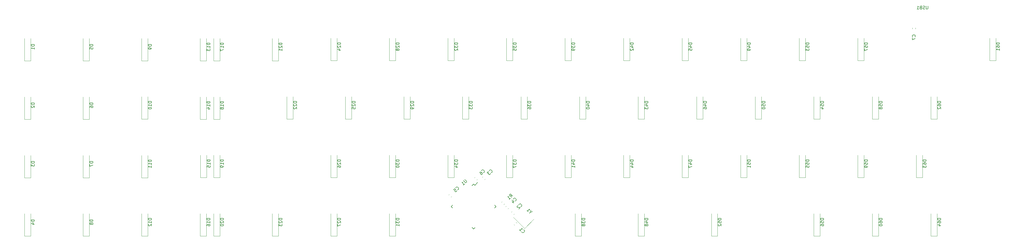
<source format=gbr>
G04 #@! TF.GenerationSoftware,KiCad,Pcbnew,5.0.2+dfsg1-1*
G04 #@! TF.CreationDate,2020-05-11T02:21:25-07:00*
G04 #@! TF.ProjectId,keyboard,6b657962-6f61-4726-942e-6b696361645f,rev?*
G04 #@! TF.SameCoordinates,Original*
G04 #@! TF.FileFunction,Legend,Bot*
G04 #@! TF.FilePolarity,Positive*
%FSLAX46Y46*%
G04 Gerber Fmt 4.6, Leading zero omitted, Abs format (unit mm)*
G04 Created by KiCad (PCBNEW 5.0.2+dfsg1-1) date Mon 11 May 2020 02:21:25 AM PDT*
%MOMM*%
%LPD*%
G01*
G04 APERTURE LIST*
%ADD10C,0.120000*%
%ADD11C,0.150000*%
G04 APERTURE END LIST*
D10*
G04 #@! TO.C,C6*
X141717520Y-123163729D02*
X141959729Y-122921520D01*
X140996271Y-122442480D02*
X141238480Y-122200271D01*
G04 #@! TO.C,C3*
X144499729Y-122778238D02*
X144257520Y-123020447D01*
X143778480Y-122056989D02*
X143536271Y-122299198D01*
G04 #@! TO.C,C4*
X151877520Y-132561729D02*
X152119729Y-132319520D01*
X151156271Y-131840480D02*
X151398480Y-131598271D01*
G04 #@! TO.C,C7*
X284482000Y-73601733D02*
X284482000Y-73944267D01*
X283462000Y-73601733D02*
X283462000Y-73944267D01*
G04 #@! TO.C,C1*
X154771261Y-137190762D02*
X154529052Y-136948553D01*
X154050012Y-137912011D02*
X153807803Y-137669802D01*
G04 #@! TO.C,C5*
X132614271Y-128030480D02*
X132856480Y-127788271D01*
X133335520Y-128751729D02*
X133577729Y-128509520D01*
G04 #@! TO.C,C2*
X153256262Y-133423489D02*
X153014053Y-133665698D01*
X153977511Y-134144738D02*
X153735302Y-134386947D01*
G04 #@! TO.C,R1*
X150739011Y-130906238D02*
X150496802Y-131148447D01*
X150017762Y-130184989D02*
X149775553Y-130427198D01*
G04 #@! TO.C,D55*
X246650000Y-122393750D02*
X246650000Y-115093750D01*
X248650000Y-122393750D02*
X246650000Y-122393750D01*
X248650000Y-115093750D02*
X248650000Y-122393750D01*
G04 #@! TO.C,D63*
X286750000Y-115093750D02*
X286750000Y-122393750D01*
X286750000Y-122393750D02*
X284750000Y-122393750D01*
X284750000Y-122393750D02*
X284750000Y-115093750D01*
G04 #@! TO.C,D62*
X289512500Y-103343750D02*
X289512500Y-96043750D01*
X291512500Y-103343750D02*
X289512500Y-103343750D01*
X291512500Y-96043750D02*
X291512500Y-103343750D01*
G04 #@! TO.C,D61*
X310626000Y-76962000D02*
X310626000Y-84262000D01*
X310626000Y-84262000D02*
X308626000Y-84262000D01*
X308626000Y-84262000D02*
X308626000Y-76962000D01*
G04 #@! TO.C,D60*
X270462500Y-141443750D02*
X270462500Y-134143750D01*
X272462500Y-141443750D02*
X270462500Y-141443750D01*
X272462500Y-134143750D02*
X272462500Y-141443750D01*
G04 #@! TO.C,D59*
X267700000Y-115093750D02*
X267700000Y-122393750D01*
X267700000Y-122393750D02*
X265700000Y-122393750D01*
X265700000Y-122393750D02*
X265700000Y-115093750D01*
G04 #@! TO.C,D58*
X270462500Y-103343750D02*
X270462500Y-96043750D01*
X272462500Y-103343750D02*
X270462500Y-103343750D01*
X272462500Y-96043750D02*
X272462500Y-103343750D01*
G04 #@! TO.C,D64*
X291512500Y-134143750D02*
X291512500Y-141443750D01*
X291512500Y-141443750D02*
X289512500Y-141443750D01*
X289512500Y-141443750D02*
X289512500Y-134143750D01*
G04 #@! TO.C,D56*
X251412500Y-141443750D02*
X251412500Y-134143750D01*
X253412500Y-141443750D02*
X251412500Y-141443750D01*
X253412500Y-134143750D02*
X253412500Y-141443750D01*
G04 #@! TO.C,D47*
X210550000Y-115093750D02*
X210550000Y-122393750D01*
X210550000Y-122393750D02*
X208550000Y-122393750D01*
X208550000Y-122393750D02*
X208550000Y-115093750D01*
G04 #@! TO.C,D54*
X251412500Y-103343750D02*
X251412500Y-96043750D01*
X253412500Y-103343750D02*
X251412500Y-103343750D01*
X253412500Y-96043750D02*
X253412500Y-103343750D01*
G04 #@! TO.C,D53*
X248650000Y-76993750D02*
X248650000Y-84293750D01*
X248650000Y-84293750D02*
X246650000Y-84293750D01*
X246650000Y-84293750D02*
X246650000Y-76993750D01*
G04 #@! TO.C,D52*
X218075000Y-141443750D02*
X218075000Y-134143750D01*
X220075000Y-141443750D02*
X218075000Y-141443750D01*
X220075000Y-134143750D02*
X220075000Y-141443750D01*
G04 #@! TO.C,D51*
X229600000Y-115093750D02*
X229600000Y-122393750D01*
X229600000Y-122393750D02*
X227600000Y-122393750D01*
X227600000Y-122393750D02*
X227600000Y-115093750D01*
G04 #@! TO.C,D50*
X232362500Y-103343750D02*
X232362500Y-96043750D01*
X234362500Y-103343750D02*
X232362500Y-103343750D01*
X234362500Y-96043750D02*
X234362500Y-103343750D01*
G04 #@! TO.C,D57*
X267700000Y-76993750D02*
X267700000Y-84293750D01*
X267700000Y-84293750D02*
X265700000Y-84293750D01*
X265700000Y-84293750D02*
X265700000Y-76993750D01*
G04 #@! TO.C,D33*
X137112500Y-103343750D02*
X137112500Y-96043750D01*
X139112500Y-103343750D02*
X137112500Y-103343750D01*
X139112500Y-96043750D02*
X139112500Y-103343750D01*
G04 #@! TO.C,D34*
X134350000Y-115093750D02*
X134350000Y-122393750D01*
X134350000Y-122393750D02*
X132350000Y-122393750D01*
X132350000Y-122393750D02*
X132350000Y-115093750D01*
G04 #@! TO.C,D35*
X151400000Y-84293750D02*
X151400000Y-76993750D01*
X153400000Y-84293750D02*
X151400000Y-84293750D01*
X153400000Y-76993750D02*
X153400000Y-84293750D01*
G04 #@! TO.C,D36*
X158162500Y-96043750D02*
X158162500Y-103343750D01*
X158162500Y-103343750D02*
X156162500Y-103343750D01*
X156162500Y-103343750D02*
X156162500Y-96043750D01*
G04 #@! TO.C,D37*
X151400000Y-122393750D02*
X151400000Y-115093750D01*
X153400000Y-122393750D02*
X151400000Y-122393750D01*
X153400000Y-115093750D02*
X153400000Y-122393750D01*
G04 #@! TO.C,D38*
X175752000Y-134143750D02*
X175752000Y-141443750D01*
X175752000Y-141443750D02*
X173752000Y-141443750D01*
X173752000Y-141443750D02*
X173752000Y-134143750D01*
G04 #@! TO.C,D39*
X170450000Y-84293750D02*
X170450000Y-76993750D01*
X172450000Y-84293750D02*
X170450000Y-84293750D01*
X172450000Y-76993750D02*
X172450000Y-84293750D01*
G04 #@! TO.C,D40*
X177212500Y-96043750D02*
X177212500Y-103343750D01*
X177212500Y-103343750D02*
X175212500Y-103343750D01*
X175212500Y-103343750D02*
X175212500Y-96043750D01*
G04 #@! TO.C,D41*
X170450000Y-122393750D02*
X170450000Y-115093750D01*
X172450000Y-122393750D02*
X170450000Y-122393750D01*
X172450000Y-115093750D02*
X172450000Y-122393750D01*
G04 #@! TO.C,D42*
X191500000Y-76993750D02*
X191500000Y-84293750D01*
X191500000Y-84293750D02*
X189500000Y-84293750D01*
X189500000Y-84293750D02*
X189500000Y-76993750D01*
G04 #@! TO.C,D43*
X194262500Y-103343750D02*
X194262500Y-96043750D01*
X196262500Y-103343750D02*
X194262500Y-103343750D01*
X196262500Y-96043750D02*
X196262500Y-103343750D01*
G04 #@! TO.C,D44*
X191500000Y-115093750D02*
X191500000Y-122393750D01*
X191500000Y-122393750D02*
X189500000Y-122393750D01*
X189500000Y-122393750D02*
X189500000Y-115093750D01*
G04 #@! TO.C,D45*
X208550000Y-84293750D02*
X208550000Y-76993750D01*
X210550000Y-84293750D02*
X208550000Y-84293750D01*
X210550000Y-76993750D02*
X210550000Y-84293750D01*
G04 #@! TO.C,D31*
X115300000Y-134143750D02*
X115300000Y-141443750D01*
X115300000Y-141443750D02*
X113300000Y-141443750D01*
X113300000Y-141443750D02*
X113300000Y-134143750D01*
G04 #@! TO.C,D46*
X213312500Y-103343750D02*
X213312500Y-96043750D01*
X215312500Y-103343750D02*
X213312500Y-103343750D01*
X215312500Y-96043750D02*
X215312500Y-103343750D01*
G04 #@! TO.C,D32*
X134350000Y-76993750D02*
X134350000Y-84293750D01*
X134350000Y-84293750D02*
X132350000Y-84293750D01*
X132350000Y-84293750D02*
X132350000Y-76993750D01*
G04 #@! TO.C,D15*
X51832000Y-122362000D02*
X51832000Y-115062000D01*
X53832000Y-122362000D02*
X51832000Y-122362000D01*
X53832000Y-115062000D02*
X53832000Y-122362000D01*
G04 #@! TO.C,D17*
X58150000Y-77050000D02*
X58150000Y-84350000D01*
X58150000Y-84350000D02*
X56150000Y-84350000D01*
X56150000Y-84350000D02*
X56150000Y-77050000D01*
G04 #@! TO.C,D18*
X56150000Y-103400000D02*
X56150000Y-96100000D01*
X58150000Y-103400000D02*
X56150000Y-103400000D01*
X58150000Y-96100000D02*
X58150000Y-103400000D01*
G04 #@! TO.C,D19*
X58150000Y-115062000D02*
X58150000Y-122362000D01*
X58150000Y-122362000D02*
X56150000Y-122362000D01*
X56150000Y-122362000D02*
X56150000Y-115062000D01*
G04 #@! TO.C,D20*
X56150000Y-141443750D02*
X56150000Y-134143750D01*
X58150000Y-141443750D02*
X56150000Y-141443750D01*
X58150000Y-134143750D02*
X58150000Y-141443750D01*
G04 #@! TO.C,D21*
X77200000Y-77050000D02*
X77200000Y-84350000D01*
X77200000Y-84350000D02*
X75200000Y-84350000D01*
X75200000Y-84350000D02*
X75200000Y-77050000D01*
G04 #@! TO.C,D22*
X79962500Y-103343750D02*
X79962500Y-96043750D01*
X81962500Y-103343750D02*
X79962500Y-103343750D01*
X81962500Y-96043750D02*
X81962500Y-103343750D01*
G04 #@! TO.C,D23*
X77200000Y-134143750D02*
X77200000Y-141443750D01*
X77200000Y-141443750D02*
X75200000Y-141443750D01*
X75200000Y-141443750D02*
X75200000Y-134143750D01*
G04 #@! TO.C,D24*
X94250000Y-84293750D02*
X94250000Y-76993750D01*
X96250000Y-84293750D02*
X94250000Y-84293750D01*
X96250000Y-76993750D02*
X96250000Y-84293750D01*
G04 #@! TO.C,D25*
X101012500Y-96043750D02*
X101012500Y-103343750D01*
X101012500Y-103343750D02*
X99012500Y-103343750D01*
X99012500Y-103343750D02*
X99012500Y-96043750D01*
G04 #@! TO.C,D26*
X94250000Y-122393750D02*
X94250000Y-115093750D01*
X96250000Y-122393750D02*
X94250000Y-122393750D01*
X96250000Y-115093750D02*
X96250000Y-122393750D01*
G04 #@! TO.C,D27*
X96250000Y-134143750D02*
X96250000Y-141443750D01*
X96250000Y-141443750D02*
X94250000Y-141443750D01*
X94250000Y-141443750D02*
X94250000Y-134143750D01*
G04 #@! TO.C,D28*
X113300000Y-84293750D02*
X113300000Y-76993750D01*
X115300000Y-84293750D02*
X113300000Y-84293750D01*
X115300000Y-76993750D02*
X115300000Y-84293750D01*
G04 #@! TO.C,D16*
X53768500Y-134143750D02*
X53768500Y-141443750D01*
X53768500Y-141443750D02*
X51768500Y-141443750D01*
X51768500Y-141443750D02*
X51768500Y-134143750D01*
G04 #@! TO.C,D14*
X51768500Y-103400000D02*
X51768500Y-96100000D01*
X53768500Y-103400000D02*
X51768500Y-103400000D01*
X53768500Y-96100000D02*
X53768500Y-103400000D01*
G04 #@! TO.C,D13*
X53768500Y-77050000D02*
X53768500Y-84350000D01*
X53768500Y-84350000D02*
X51768500Y-84350000D01*
X51768500Y-84350000D02*
X51768500Y-77050000D01*
G04 #@! TO.C,D48*
X194262500Y-141443750D02*
X194262500Y-134143750D01*
X196262500Y-141443750D02*
X194262500Y-141443750D01*
X196262500Y-134143750D02*
X196262500Y-141443750D01*
G04 #@! TO.C,D29*
X120062500Y-96043750D02*
X120062500Y-103343750D01*
X120062500Y-103343750D02*
X118062500Y-103343750D01*
X118062500Y-103343750D02*
X118062500Y-96043750D01*
G04 #@! TO.C,D30*
X113300000Y-122393750D02*
X113300000Y-115093750D01*
X115300000Y-122393750D02*
X113300000Y-122393750D01*
X115300000Y-115093750D02*
X115300000Y-122393750D01*
G04 #@! TO.C,D1*
X-3381500Y-77050000D02*
X-3381500Y-84350000D01*
X-3381500Y-84350000D02*
X-5381500Y-84350000D01*
X-5381500Y-84350000D02*
X-5381500Y-77050000D01*
G04 #@! TO.C,D2*
X-5381500Y-103400000D02*
X-5381500Y-96100000D01*
X-3381500Y-103400000D02*
X-5381500Y-103400000D01*
X-3381500Y-96100000D02*
X-3381500Y-103400000D01*
G04 #@! TO.C,D3*
X-3381500Y-115150000D02*
X-3381500Y-122450000D01*
X-3381500Y-122450000D02*
X-5381500Y-122450000D01*
X-5381500Y-122450000D02*
X-5381500Y-115150000D01*
G04 #@! TO.C,D4*
X-5381500Y-141443750D02*
X-5381500Y-134143750D01*
X-3381500Y-141443750D02*
X-5381500Y-141443750D01*
X-3381500Y-134143750D02*
X-3381500Y-141443750D01*
G04 #@! TO.C,D5*
X15668500Y-77050000D02*
X15668500Y-84350000D01*
X15668500Y-84350000D02*
X13668500Y-84350000D01*
X13668500Y-84350000D02*
X13668500Y-77050000D01*
G04 #@! TO.C,D6*
X13668500Y-103400000D02*
X13668500Y-96100000D01*
X15668500Y-103400000D02*
X13668500Y-103400000D01*
X15668500Y-96100000D02*
X15668500Y-103400000D01*
G04 #@! TO.C,D7*
X15668500Y-115150000D02*
X15668500Y-122450000D01*
X15668500Y-122450000D02*
X13668500Y-122450000D01*
X13668500Y-122450000D02*
X13668500Y-115150000D01*
G04 #@! TO.C,D8*
X13668500Y-141443750D02*
X13668500Y-134143750D01*
X15668500Y-141443750D02*
X13668500Y-141443750D01*
X15668500Y-134143750D02*
X15668500Y-141443750D01*
G04 #@! TO.C,D9*
X34718500Y-77050000D02*
X34718500Y-84350000D01*
X34718500Y-84350000D02*
X32718500Y-84350000D01*
X32718500Y-84350000D02*
X32718500Y-77050000D01*
G04 #@! TO.C,D10*
X32718500Y-103343750D02*
X32718500Y-96043750D01*
X34718500Y-103343750D02*
X32718500Y-103343750D01*
X34718500Y-96043750D02*
X34718500Y-103343750D01*
G04 #@! TO.C,D11*
X34718500Y-115150000D02*
X34718500Y-122450000D01*
X34718500Y-122450000D02*
X32718500Y-122450000D01*
X32718500Y-122450000D02*
X32718500Y-115150000D01*
G04 #@! TO.C,D49*
X227600000Y-84293750D02*
X227600000Y-76993750D01*
X229600000Y-84293750D02*
X227600000Y-84293750D01*
X229600000Y-76993750D02*
X229600000Y-84293750D01*
G04 #@! TO.C,D12*
X34718500Y-134143750D02*
X34718500Y-141443750D01*
X34718500Y-141443750D02*
X32718500Y-141443750D01*
X32718500Y-141443750D02*
X32718500Y-134143750D01*
D11*
G04 #@! TO.C,U1*
X140716000Y-124507445D02*
X141122586Y-124914031D01*
X133397445Y-131826000D02*
X133874742Y-132303297D01*
X140716000Y-139144555D02*
X140238703Y-138667258D01*
X148034555Y-131826000D02*
X147557258Y-131348703D01*
X140716000Y-124507445D02*
X140238703Y-124984742D01*
X148034555Y-131826000D02*
X147557258Y-132303297D01*
X140716000Y-139144555D02*
X141193297Y-138667258D01*
X133397445Y-131826000D02*
X133874742Y-131348703D01*
X141122586Y-124914031D02*
X142024148Y-124012470D01*
D10*
G04 #@! TO.C,Y1*
X160288974Y-135968270D02*
X157283770Y-138973474D01*
X157283770Y-138973474D02*
X153677526Y-135367230D01*
G04 #@! TO.C,USB1*
D11*
X288504095Y-66508380D02*
X288504095Y-67317904D01*
X288456476Y-67413142D01*
X288408857Y-67460761D01*
X288313619Y-67508380D01*
X288123142Y-67508380D01*
X288027904Y-67460761D01*
X287980285Y-67413142D01*
X287932666Y-67317904D01*
X287932666Y-66508380D01*
X287504095Y-67460761D02*
X287361238Y-67508380D01*
X287123142Y-67508380D01*
X287027904Y-67460761D01*
X286980285Y-67413142D01*
X286932666Y-67317904D01*
X286932666Y-67222666D01*
X286980285Y-67127428D01*
X287027904Y-67079809D01*
X287123142Y-67032190D01*
X287313619Y-66984571D01*
X287408857Y-66936952D01*
X287456476Y-66889333D01*
X287504095Y-66794095D01*
X287504095Y-66698857D01*
X287456476Y-66603619D01*
X287408857Y-66556000D01*
X287313619Y-66508380D01*
X287075523Y-66508380D01*
X286932666Y-66556000D01*
X286170761Y-66984571D02*
X286027904Y-67032190D01*
X285980285Y-67079809D01*
X285932666Y-67175047D01*
X285932666Y-67317904D01*
X285980285Y-67413142D01*
X286027904Y-67460761D01*
X286123142Y-67508380D01*
X286504095Y-67508380D01*
X286504095Y-66508380D01*
X286170761Y-66508380D01*
X286075523Y-66556000D01*
X286027904Y-66603619D01*
X285980285Y-66698857D01*
X285980285Y-66794095D01*
X286027904Y-66889333D01*
X286075523Y-66936952D01*
X286170761Y-66984571D01*
X286504095Y-66984571D01*
X284980285Y-67508380D02*
X285551714Y-67508380D01*
X285266000Y-67508380D02*
X285266000Y-66508380D01*
X285361238Y-66651238D01*
X285456476Y-66746476D01*
X285551714Y-66794095D01*
G04 #@! TO.C,C6*
X143880389Y-120784687D02*
X143947732Y-120784687D01*
X144082419Y-120717343D01*
X144149763Y-120650000D01*
X144217106Y-120515312D01*
X144217106Y-120380625D01*
X144183435Y-120279610D01*
X144082419Y-120111251D01*
X143981404Y-120010236D01*
X143813045Y-119909221D01*
X143712030Y-119875549D01*
X143577343Y-119875549D01*
X143442656Y-119942893D01*
X143375312Y-120010236D01*
X143307969Y-120144923D01*
X143307969Y-120212267D01*
X142634534Y-120751015D02*
X142769221Y-120616328D01*
X142870236Y-120582656D01*
X142937580Y-120582656D01*
X143105938Y-120616328D01*
X143274297Y-120717343D01*
X143543671Y-120986717D01*
X143577343Y-121087732D01*
X143577343Y-121155076D01*
X143543671Y-121256091D01*
X143408984Y-121390778D01*
X143307969Y-121424450D01*
X143240625Y-121424450D01*
X143139610Y-121390778D01*
X142971251Y-121222419D01*
X142937580Y-121121404D01*
X142937580Y-121054061D01*
X142971251Y-120953045D01*
X143105938Y-120818358D01*
X143206954Y-120784687D01*
X143274297Y-120784687D01*
X143375312Y-120818358D01*
G04 #@! TO.C,C3*
X146420389Y-120784687D02*
X146487732Y-120784687D01*
X146622419Y-120717343D01*
X146689763Y-120650000D01*
X146757106Y-120515312D01*
X146757106Y-120380625D01*
X146723435Y-120279610D01*
X146622419Y-120111251D01*
X146521404Y-120010236D01*
X146353045Y-119909221D01*
X146252030Y-119875549D01*
X146117343Y-119875549D01*
X145982656Y-119942893D01*
X145915312Y-120010236D01*
X145847969Y-120144923D01*
X145847969Y-120212267D01*
X145544923Y-120380625D02*
X145107190Y-120818358D01*
X145612267Y-120852030D01*
X145511251Y-120953045D01*
X145477580Y-121054061D01*
X145477580Y-121121404D01*
X145511251Y-121222419D01*
X145679610Y-121390778D01*
X145780625Y-121424450D01*
X145847969Y-121424450D01*
X145948984Y-121390778D01*
X146151015Y-121188748D01*
X146184687Y-121087732D01*
X146184687Y-121020389D01*
G04 #@! TO.C,C4*
X154253453Y-129969623D02*
X154320796Y-129969623D01*
X154455483Y-129902279D01*
X154522827Y-129834936D01*
X154590170Y-129700248D01*
X154590170Y-129565561D01*
X154556499Y-129464546D01*
X154455483Y-129296187D01*
X154354468Y-129195172D01*
X154186109Y-129094157D01*
X154085094Y-129060485D01*
X153950407Y-129060485D01*
X153815720Y-129127829D01*
X153748376Y-129195172D01*
X153681033Y-129329859D01*
X153681033Y-129397203D01*
X153243300Y-130171653D02*
X153714705Y-130643058D01*
X153142285Y-129733920D02*
X153815720Y-130070638D01*
X153377987Y-130508371D01*
G04 #@! TO.C,C7*
X284329142Y-76541333D02*
X284376761Y-76493714D01*
X284424380Y-76350857D01*
X284424380Y-76255619D01*
X284376761Y-76112761D01*
X284281523Y-76017523D01*
X284186285Y-75969904D01*
X283995809Y-75922285D01*
X283852952Y-75922285D01*
X283662476Y-75969904D01*
X283567238Y-76017523D01*
X283472000Y-76112761D01*
X283424380Y-76255619D01*
X283424380Y-76350857D01*
X283472000Y-76493714D01*
X283519619Y-76541333D01*
X283424380Y-76874666D02*
X283424380Y-77541333D01*
X284424380Y-77112761D01*
G04 #@! TO.C,C1*
X156361062Y-140006889D02*
X156361062Y-140074232D01*
X156428406Y-140208919D01*
X156495750Y-140276263D01*
X156630437Y-140343606D01*
X156765124Y-140343606D01*
X156866139Y-140309935D01*
X157034498Y-140208919D01*
X157135513Y-140107904D01*
X157236528Y-139939545D01*
X157270200Y-139838530D01*
X157270200Y-139703843D01*
X157202856Y-139569156D01*
X157135513Y-139501812D01*
X157000826Y-139434469D01*
X156933482Y-139434469D01*
X155620284Y-139400797D02*
X156024345Y-139804858D01*
X155822314Y-139602828D02*
X156529421Y-138895721D01*
X156495750Y-139064080D01*
X156495750Y-139198767D01*
X156529421Y-139299782D01*
G04 #@! TO.C,C5*
X135498389Y-126372687D02*
X135565732Y-126372687D01*
X135700419Y-126305343D01*
X135767763Y-126238000D01*
X135835106Y-126103312D01*
X135835106Y-125968625D01*
X135801435Y-125867610D01*
X135700419Y-125699251D01*
X135599404Y-125598236D01*
X135431045Y-125497221D01*
X135330030Y-125463549D01*
X135195343Y-125463549D01*
X135060656Y-125530893D01*
X134993312Y-125598236D01*
X134925969Y-125732923D01*
X134925969Y-125800267D01*
X134218862Y-126372687D02*
X134555580Y-126035969D01*
X134925969Y-126339015D01*
X134858625Y-126339015D01*
X134757610Y-126372687D01*
X134589251Y-126541045D01*
X134555580Y-126642061D01*
X134555580Y-126709404D01*
X134589251Y-126810419D01*
X134757610Y-126978778D01*
X134858625Y-127012450D01*
X134925969Y-127012450D01*
X135026984Y-126978778D01*
X135195343Y-126810419D01*
X135229015Y-126709404D01*
X135229015Y-126642061D01*
G04 #@! TO.C,C2*
X156053783Y-131852293D02*
X156121126Y-131852293D01*
X156255813Y-131784949D01*
X156323157Y-131717606D01*
X156390500Y-131582918D01*
X156390500Y-131448231D01*
X156356829Y-131347216D01*
X156255813Y-131178857D01*
X156154798Y-131077842D01*
X155986439Y-130976827D01*
X155885424Y-130943155D01*
X155750737Y-130943155D01*
X155616050Y-131010499D01*
X155548706Y-131077842D01*
X155481363Y-131212529D01*
X155481363Y-131279873D01*
X155211989Y-131549247D02*
X155144645Y-131549247D01*
X155043630Y-131582918D01*
X154875271Y-131751277D01*
X154841600Y-131852293D01*
X154841600Y-131919636D01*
X154875271Y-132020651D01*
X154942615Y-132087995D01*
X155077302Y-132155338D01*
X155885424Y-132155338D01*
X155447691Y-132593071D01*
G04 #@! TO.C,R1*
X152981014Y-128836748D02*
X152879999Y-128264328D01*
X153385075Y-128432687D02*
X152677969Y-127725580D01*
X152408594Y-127994954D01*
X152374923Y-128095969D01*
X152374923Y-128163313D01*
X152408594Y-128264328D01*
X152509610Y-128365343D01*
X152610625Y-128399015D01*
X152677969Y-128399015D01*
X152778984Y-128365343D01*
X153048358Y-128095969D01*
X152307579Y-129510183D02*
X152711640Y-129106122D01*
X152509610Y-129308153D02*
X151802503Y-128601046D01*
X151970862Y-128634718D01*
X152105549Y-128634718D01*
X152206564Y-128601046D01*
G04 #@! TO.C,D55*
X249852380Y-116629464D02*
X248852380Y-116629464D01*
X248852380Y-116867559D01*
X248900000Y-117010416D01*
X248995238Y-117105654D01*
X249090476Y-117153273D01*
X249280952Y-117200892D01*
X249423809Y-117200892D01*
X249614285Y-117153273D01*
X249709523Y-117105654D01*
X249804761Y-117010416D01*
X249852380Y-116867559D01*
X249852380Y-116629464D01*
X248852380Y-118105654D02*
X248852380Y-117629464D01*
X249328571Y-117581845D01*
X249280952Y-117629464D01*
X249233333Y-117724702D01*
X249233333Y-117962797D01*
X249280952Y-118058035D01*
X249328571Y-118105654D01*
X249423809Y-118153273D01*
X249661904Y-118153273D01*
X249757142Y-118105654D01*
X249804761Y-118058035D01*
X249852380Y-117962797D01*
X249852380Y-117724702D01*
X249804761Y-117629464D01*
X249757142Y-117581845D01*
X248852380Y-119058035D02*
X248852380Y-118581845D01*
X249328571Y-118534226D01*
X249280952Y-118581845D01*
X249233333Y-118677083D01*
X249233333Y-118915178D01*
X249280952Y-119010416D01*
X249328571Y-119058035D01*
X249423809Y-119105654D01*
X249661904Y-119105654D01*
X249757142Y-119058035D01*
X249804761Y-119010416D01*
X249852380Y-118915178D01*
X249852380Y-118677083D01*
X249804761Y-118581845D01*
X249757142Y-118534226D01*
G04 #@! TO.C,D63*
X287952380Y-116629464D02*
X286952380Y-116629464D01*
X286952380Y-116867559D01*
X287000000Y-117010416D01*
X287095238Y-117105654D01*
X287190476Y-117153273D01*
X287380952Y-117200892D01*
X287523809Y-117200892D01*
X287714285Y-117153273D01*
X287809523Y-117105654D01*
X287904761Y-117010416D01*
X287952380Y-116867559D01*
X287952380Y-116629464D01*
X286952380Y-118058035D02*
X286952380Y-117867559D01*
X287000000Y-117772321D01*
X287047619Y-117724702D01*
X287190476Y-117629464D01*
X287380952Y-117581845D01*
X287761904Y-117581845D01*
X287857142Y-117629464D01*
X287904761Y-117677083D01*
X287952380Y-117772321D01*
X287952380Y-117962797D01*
X287904761Y-118058035D01*
X287857142Y-118105654D01*
X287761904Y-118153273D01*
X287523809Y-118153273D01*
X287428571Y-118105654D01*
X287380952Y-118058035D01*
X287333333Y-117962797D01*
X287333333Y-117772321D01*
X287380952Y-117677083D01*
X287428571Y-117629464D01*
X287523809Y-117581845D01*
X286952380Y-118486607D02*
X286952380Y-119105654D01*
X287333333Y-118772321D01*
X287333333Y-118915178D01*
X287380952Y-119010416D01*
X287428571Y-119058035D01*
X287523809Y-119105654D01*
X287761904Y-119105654D01*
X287857142Y-119058035D01*
X287904761Y-119010416D01*
X287952380Y-118915178D01*
X287952380Y-118629464D01*
X287904761Y-118534226D01*
X287857142Y-118486607D01*
G04 #@! TO.C,D62*
X292714880Y-97579464D02*
X291714880Y-97579464D01*
X291714880Y-97817559D01*
X291762500Y-97960416D01*
X291857738Y-98055654D01*
X291952976Y-98103273D01*
X292143452Y-98150892D01*
X292286309Y-98150892D01*
X292476785Y-98103273D01*
X292572023Y-98055654D01*
X292667261Y-97960416D01*
X292714880Y-97817559D01*
X292714880Y-97579464D01*
X291714880Y-99008035D02*
X291714880Y-98817559D01*
X291762500Y-98722321D01*
X291810119Y-98674702D01*
X291952976Y-98579464D01*
X292143452Y-98531845D01*
X292524404Y-98531845D01*
X292619642Y-98579464D01*
X292667261Y-98627083D01*
X292714880Y-98722321D01*
X292714880Y-98912797D01*
X292667261Y-99008035D01*
X292619642Y-99055654D01*
X292524404Y-99103273D01*
X292286309Y-99103273D01*
X292191071Y-99055654D01*
X292143452Y-99008035D01*
X292095833Y-98912797D01*
X292095833Y-98722321D01*
X292143452Y-98627083D01*
X292191071Y-98579464D01*
X292286309Y-98531845D01*
X291810119Y-99484226D02*
X291762500Y-99531845D01*
X291714880Y-99627083D01*
X291714880Y-99865178D01*
X291762500Y-99960416D01*
X291810119Y-100008035D01*
X291905357Y-100055654D01*
X292000595Y-100055654D01*
X292143452Y-100008035D01*
X292714880Y-99436607D01*
X292714880Y-100055654D01*
G04 #@! TO.C,D61*
X311828380Y-78497714D02*
X310828380Y-78497714D01*
X310828380Y-78735809D01*
X310876000Y-78878666D01*
X310971238Y-78973904D01*
X311066476Y-79021523D01*
X311256952Y-79069142D01*
X311399809Y-79069142D01*
X311590285Y-79021523D01*
X311685523Y-78973904D01*
X311780761Y-78878666D01*
X311828380Y-78735809D01*
X311828380Y-78497714D01*
X310828380Y-79926285D02*
X310828380Y-79735809D01*
X310876000Y-79640571D01*
X310923619Y-79592952D01*
X311066476Y-79497714D01*
X311256952Y-79450095D01*
X311637904Y-79450095D01*
X311733142Y-79497714D01*
X311780761Y-79545333D01*
X311828380Y-79640571D01*
X311828380Y-79831047D01*
X311780761Y-79926285D01*
X311733142Y-79973904D01*
X311637904Y-80021523D01*
X311399809Y-80021523D01*
X311304571Y-79973904D01*
X311256952Y-79926285D01*
X311209333Y-79831047D01*
X311209333Y-79640571D01*
X311256952Y-79545333D01*
X311304571Y-79497714D01*
X311399809Y-79450095D01*
X311828380Y-80973904D02*
X311828380Y-80402476D01*
X311828380Y-80688190D02*
X310828380Y-80688190D01*
X310971238Y-80592952D01*
X311066476Y-80497714D01*
X311114095Y-80402476D01*
G04 #@! TO.C,D60*
X273664880Y-135679464D02*
X272664880Y-135679464D01*
X272664880Y-135917559D01*
X272712500Y-136060416D01*
X272807738Y-136155654D01*
X272902976Y-136203273D01*
X273093452Y-136250892D01*
X273236309Y-136250892D01*
X273426785Y-136203273D01*
X273522023Y-136155654D01*
X273617261Y-136060416D01*
X273664880Y-135917559D01*
X273664880Y-135679464D01*
X272664880Y-137108035D02*
X272664880Y-136917559D01*
X272712500Y-136822321D01*
X272760119Y-136774702D01*
X272902976Y-136679464D01*
X273093452Y-136631845D01*
X273474404Y-136631845D01*
X273569642Y-136679464D01*
X273617261Y-136727083D01*
X273664880Y-136822321D01*
X273664880Y-137012797D01*
X273617261Y-137108035D01*
X273569642Y-137155654D01*
X273474404Y-137203273D01*
X273236309Y-137203273D01*
X273141071Y-137155654D01*
X273093452Y-137108035D01*
X273045833Y-137012797D01*
X273045833Y-136822321D01*
X273093452Y-136727083D01*
X273141071Y-136679464D01*
X273236309Y-136631845D01*
X272664880Y-137822321D02*
X272664880Y-137917559D01*
X272712500Y-138012797D01*
X272760119Y-138060416D01*
X272855357Y-138108035D01*
X273045833Y-138155654D01*
X273283928Y-138155654D01*
X273474404Y-138108035D01*
X273569642Y-138060416D01*
X273617261Y-138012797D01*
X273664880Y-137917559D01*
X273664880Y-137822321D01*
X273617261Y-137727083D01*
X273569642Y-137679464D01*
X273474404Y-137631845D01*
X273283928Y-137584226D01*
X273045833Y-137584226D01*
X272855357Y-137631845D01*
X272760119Y-137679464D01*
X272712500Y-137727083D01*
X272664880Y-137822321D01*
G04 #@! TO.C,D59*
X268902380Y-116629464D02*
X267902380Y-116629464D01*
X267902380Y-116867559D01*
X267950000Y-117010416D01*
X268045238Y-117105654D01*
X268140476Y-117153273D01*
X268330952Y-117200892D01*
X268473809Y-117200892D01*
X268664285Y-117153273D01*
X268759523Y-117105654D01*
X268854761Y-117010416D01*
X268902380Y-116867559D01*
X268902380Y-116629464D01*
X267902380Y-118105654D02*
X267902380Y-117629464D01*
X268378571Y-117581845D01*
X268330952Y-117629464D01*
X268283333Y-117724702D01*
X268283333Y-117962797D01*
X268330952Y-118058035D01*
X268378571Y-118105654D01*
X268473809Y-118153273D01*
X268711904Y-118153273D01*
X268807142Y-118105654D01*
X268854761Y-118058035D01*
X268902380Y-117962797D01*
X268902380Y-117724702D01*
X268854761Y-117629464D01*
X268807142Y-117581845D01*
X268902380Y-118629464D02*
X268902380Y-118819940D01*
X268854761Y-118915178D01*
X268807142Y-118962797D01*
X268664285Y-119058035D01*
X268473809Y-119105654D01*
X268092857Y-119105654D01*
X267997619Y-119058035D01*
X267950000Y-119010416D01*
X267902380Y-118915178D01*
X267902380Y-118724702D01*
X267950000Y-118629464D01*
X267997619Y-118581845D01*
X268092857Y-118534226D01*
X268330952Y-118534226D01*
X268426190Y-118581845D01*
X268473809Y-118629464D01*
X268521428Y-118724702D01*
X268521428Y-118915178D01*
X268473809Y-119010416D01*
X268426190Y-119058035D01*
X268330952Y-119105654D01*
G04 #@! TO.C,D58*
X273664880Y-97579464D02*
X272664880Y-97579464D01*
X272664880Y-97817559D01*
X272712500Y-97960416D01*
X272807738Y-98055654D01*
X272902976Y-98103273D01*
X273093452Y-98150892D01*
X273236309Y-98150892D01*
X273426785Y-98103273D01*
X273522023Y-98055654D01*
X273617261Y-97960416D01*
X273664880Y-97817559D01*
X273664880Y-97579464D01*
X272664880Y-99055654D02*
X272664880Y-98579464D01*
X273141071Y-98531845D01*
X273093452Y-98579464D01*
X273045833Y-98674702D01*
X273045833Y-98912797D01*
X273093452Y-99008035D01*
X273141071Y-99055654D01*
X273236309Y-99103273D01*
X273474404Y-99103273D01*
X273569642Y-99055654D01*
X273617261Y-99008035D01*
X273664880Y-98912797D01*
X273664880Y-98674702D01*
X273617261Y-98579464D01*
X273569642Y-98531845D01*
X273093452Y-99674702D02*
X273045833Y-99579464D01*
X272998214Y-99531845D01*
X272902976Y-99484226D01*
X272855357Y-99484226D01*
X272760119Y-99531845D01*
X272712500Y-99579464D01*
X272664880Y-99674702D01*
X272664880Y-99865178D01*
X272712500Y-99960416D01*
X272760119Y-100008035D01*
X272855357Y-100055654D01*
X272902976Y-100055654D01*
X272998214Y-100008035D01*
X273045833Y-99960416D01*
X273093452Y-99865178D01*
X273093452Y-99674702D01*
X273141071Y-99579464D01*
X273188690Y-99531845D01*
X273283928Y-99484226D01*
X273474404Y-99484226D01*
X273569642Y-99531845D01*
X273617261Y-99579464D01*
X273664880Y-99674702D01*
X273664880Y-99865178D01*
X273617261Y-99960416D01*
X273569642Y-100008035D01*
X273474404Y-100055654D01*
X273283928Y-100055654D01*
X273188690Y-100008035D01*
X273141071Y-99960416D01*
X273093452Y-99865178D01*
G04 #@! TO.C,D64*
X292714880Y-135679464D02*
X291714880Y-135679464D01*
X291714880Y-135917559D01*
X291762500Y-136060416D01*
X291857738Y-136155654D01*
X291952976Y-136203273D01*
X292143452Y-136250892D01*
X292286309Y-136250892D01*
X292476785Y-136203273D01*
X292572023Y-136155654D01*
X292667261Y-136060416D01*
X292714880Y-135917559D01*
X292714880Y-135679464D01*
X291714880Y-137108035D02*
X291714880Y-136917559D01*
X291762500Y-136822321D01*
X291810119Y-136774702D01*
X291952976Y-136679464D01*
X292143452Y-136631845D01*
X292524404Y-136631845D01*
X292619642Y-136679464D01*
X292667261Y-136727083D01*
X292714880Y-136822321D01*
X292714880Y-137012797D01*
X292667261Y-137108035D01*
X292619642Y-137155654D01*
X292524404Y-137203273D01*
X292286309Y-137203273D01*
X292191071Y-137155654D01*
X292143452Y-137108035D01*
X292095833Y-137012797D01*
X292095833Y-136822321D01*
X292143452Y-136727083D01*
X292191071Y-136679464D01*
X292286309Y-136631845D01*
X292048214Y-138060416D02*
X292714880Y-138060416D01*
X291667261Y-137822321D02*
X292381547Y-137584226D01*
X292381547Y-138203273D01*
G04 #@! TO.C,D56*
X254614880Y-135679464D02*
X253614880Y-135679464D01*
X253614880Y-135917559D01*
X253662500Y-136060416D01*
X253757738Y-136155654D01*
X253852976Y-136203273D01*
X254043452Y-136250892D01*
X254186309Y-136250892D01*
X254376785Y-136203273D01*
X254472023Y-136155654D01*
X254567261Y-136060416D01*
X254614880Y-135917559D01*
X254614880Y-135679464D01*
X253614880Y-137155654D02*
X253614880Y-136679464D01*
X254091071Y-136631845D01*
X254043452Y-136679464D01*
X253995833Y-136774702D01*
X253995833Y-137012797D01*
X254043452Y-137108035D01*
X254091071Y-137155654D01*
X254186309Y-137203273D01*
X254424404Y-137203273D01*
X254519642Y-137155654D01*
X254567261Y-137108035D01*
X254614880Y-137012797D01*
X254614880Y-136774702D01*
X254567261Y-136679464D01*
X254519642Y-136631845D01*
X253614880Y-138060416D02*
X253614880Y-137869940D01*
X253662500Y-137774702D01*
X253710119Y-137727083D01*
X253852976Y-137631845D01*
X254043452Y-137584226D01*
X254424404Y-137584226D01*
X254519642Y-137631845D01*
X254567261Y-137679464D01*
X254614880Y-137774702D01*
X254614880Y-137965178D01*
X254567261Y-138060416D01*
X254519642Y-138108035D01*
X254424404Y-138155654D01*
X254186309Y-138155654D01*
X254091071Y-138108035D01*
X254043452Y-138060416D01*
X253995833Y-137965178D01*
X253995833Y-137774702D01*
X254043452Y-137679464D01*
X254091071Y-137631845D01*
X254186309Y-137584226D01*
G04 #@! TO.C,D47*
X211752380Y-116629464D02*
X210752380Y-116629464D01*
X210752380Y-116867559D01*
X210800000Y-117010416D01*
X210895238Y-117105654D01*
X210990476Y-117153273D01*
X211180952Y-117200892D01*
X211323809Y-117200892D01*
X211514285Y-117153273D01*
X211609523Y-117105654D01*
X211704761Y-117010416D01*
X211752380Y-116867559D01*
X211752380Y-116629464D01*
X211085714Y-118058035D02*
X211752380Y-118058035D01*
X210704761Y-117819940D02*
X211419047Y-117581845D01*
X211419047Y-118200892D01*
X210752380Y-118486607D02*
X210752380Y-119153273D01*
X211752380Y-118724702D01*
G04 #@! TO.C,D54*
X254614880Y-97579464D02*
X253614880Y-97579464D01*
X253614880Y-97817559D01*
X253662500Y-97960416D01*
X253757738Y-98055654D01*
X253852976Y-98103273D01*
X254043452Y-98150892D01*
X254186309Y-98150892D01*
X254376785Y-98103273D01*
X254472023Y-98055654D01*
X254567261Y-97960416D01*
X254614880Y-97817559D01*
X254614880Y-97579464D01*
X253614880Y-99055654D02*
X253614880Y-98579464D01*
X254091071Y-98531845D01*
X254043452Y-98579464D01*
X253995833Y-98674702D01*
X253995833Y-98912797D01*
X254043452Y-99008035D01*
X254091071Y-99055654D01*
X254186309Y-99103273D01*
X254424404Y-99103273D01*
X254519642Y-99055654D01*
X254567261Y-99008035D01*
X254614880Y-98912797D01*
X254614880Y-98674702D01*
X254567261Y-98579464D01*
X254519642Y-98531845D01*
X253948214Y-99960416D02*
X254614880Y-99960416D01*
X253567261Y-99722321D02*
X254281547Y-99484226D01*
X254281547Y-100103273D01*
G04 #@! TO.C,D53*
X249852380Y-78529464D02*
X248852380Y-78529464D01*
X248852380Y-78767559D01*
X248900000Y-78910416D01*
X248995238Y-79005654D01*
X249090476Y-79053273D01*
X249280952Y-79100892D01*
X249423809Y-79100892D01*
X249614285Y-79053273D01*
X249709523Y-79005654D01*
X249804761Y-78910416D01*
X249852380Y-78767559D01*
X249852380Y-78529464D01*
X248852380Y-80005654D02*
X248852380Y-79529464D01*
X249328571Y-79481845D01*
X249280952Y-79529464D01*
X249233333Y-79624702D01*
X249233333Y-79862797D01*
X249280952Y-79958035D01*
X249328571Y-80005654D01*
X249423809Y-80053273D01*
X249661904Y-80053273D01*
X249757142Y-80005654D01*
X249804761Y-79958035D01*
X249852380Y-79862797D01*
X249852380Y-79624702D01*
X249804761Y-79529464D01*
X249757142Y-79481845D01*
X248852380Y-80386607D02*
X248852380Y-81005654D01*
X249233333Y-80672321D01*
X249233333Y-80815178D01*
X249280952Y-80910416D01*
X249328571Y-80958035D01*
X249423809Y-81005654D01*
X249661904Y-81005654D01*
X249757142Y-80958035D01*
X249804761Y-80910416D01*
X249852380Y-80815178D01*
X249852380Y-80529464D01*
X249804761Y-80434226D01*
X249757142Y-80386607D01*
G04 #@! TO.C,D52*
X221277380Y-135679464D02*
X220277380Y-135679464D01*
X220277380Y-135917559D01*
X220325000Y-136060416D01*
X220420238Y-136155654D01*
X220515476Y-136203273D01*
X220705952Y-136250892D01*
X220848809Y-136250892D01*
X221039285Y-136203273D01*
X221134523Y-136155654D01*
X221229761Y-136060416D01*
X221277380Y-135917559D01*
X221277380Y-135679464D01*
X220277380Y-137155654D02*
X220277380Y-136679464D01*
X220753571Y-136631845D01*
X220705952Y-136679464D01*
X220658333Y-136774702D01*
X220658333Y-137012797D01*
X220705952Y-137108035D01*
X220753571Y-137155654D01*
X220848809Y-137203273D01*
X221086904Y-137203273D01*
X221182142Y-137155654D01*
X221229761Y-137108035D01*
X221277380Y-137012797D01*
X221277380Y-136774702D01*
X221229761Y-136679464D01*
X221182142Y-136631845D01*
X220372619Y-137584226D02*
X220325000Y-137631845D01*
X220277380Y-137727083D01*
X220277380Y-137965178D01*
X220325000Y-138060416D01*
X220372619Y-138108035D01*
X220467857Y-138155654D01*
X220563095Y-138155654D01*
X220705952Y-138108035D01*
X221277380Y-137536607D01*
X221277380Y-138155654D01*
G04 #@! TO.C,D51*
X230802380Y-116629464D02*
X229802380Y-116629464D01*
X229802380Y-116867559D01*
X229850000Y-117010416D01*
X229945238Y-117105654D01*
X230040476Y-117153273D01*
X230230952Y-117200892D01*
X230373809Y-117200892D01*
X230564285Y-117153273D01*
X230659523Y-117105654D01*
X230754761Y-117010416D01*
X230802380Y-116867559D01*
X230802380Y-116629464D01*
X229802380Y-118105654D02*
X229802380Y-117629464D01*
X230278571Y-117581845D01*
X230230952Y-117629464D01*
X230183333Y-117724702D01*
X230183333Y-117962797D01*
X230230952Y-118058035D01*
X230278571Y-118105654D01*
X230373809Y-118153273D01*
X230611904Y-118153273D01*
X230707142Y-118105654D01*
X230754761Y-118058035D01*
X230802380Y-117962797D01*
X230802380Y-117724702D01*
X230754761Y-117629464D01*
X230707142Y-117581845D01*
X230802380Y-119105654D02*
X230802380Y-118534226D01*
X230802380Y-118819940D02*
X229802380Y-118819940D01*
X229945238Y-118724702D01*
X230040476Y-118629464D01*
X230088095Y-118534226D01*
G04 #@! TO.C,D50*
X235564880Y-97579464D02*
X234564880Y-97579464D01*
X234564880Y-97817559D01*
X234612500Y-97960416D01*
X234707738Y-98055654D01*
X234802976Y-98103273D01*
X234993452Y-98150892D01*
X235136309Y-98150892D01*
X235326785Y-98103273D01*
X235422023Y-98055654D01*
X235517261Y-97960416D01*
X235564880Y-97817559D01*
X235564880Y-97579464D01*
X234564880Y-99055654D02*
X234564880Y-98579464D01*
X235041071Y-98531845D01*
X234993452Y-98579464D01*
X234945833Y-98674702D01*
X234945833Y-98912797D01*
X234993452Y-99008035D01*
X235041071Y-99055654D01*
X235136309Y-99103273D01*
X235374404Y-99103273D01*
X235469642Y-99055654D01*
X235517261Y-99008035D01*
X235564880Y-98912797D01*
X235564880Y-98674702D01*
X235517261Y-98579464D01*
X235469642Y-98531845D01*
X234564880Y-99722321D02*
X234564880Y-99817559D01*
X234612500Y-99912797D01*
X234660119Y-99960416D01*
X234755357Y-100008035D01*
X234945833Y-100055654D01*
X235183928Y-100055654D01*
X235374404Y-100008035D01*
X235469642Y-99960416D01*
X235517261Y-99912797D01*
X235564880Y-99817559D01*
X235564880Y-99722321D01*
X235517261Y-99627083D01*
X235469642Y-99579464D01*
X235374404Y-99531845D01*
X235183928Y-99484226D01*
X234945833Y-99484226D01*
X234755357Y-99531845D01*
X234660119Y-99579464D01*
X234612500Y-99627083D01*
X234564880Y-99722321D01*
G04 #@! TO.C,D57*
X268902380Y-78529464D02*
X267902380Y-78529464D01*
X267902380Y-78767559D01*
X267950000Y-78910416D01*
X268045238Y-79005654D01*
X268140476Y-79053273D01*
X268330952Y-79100892D01*
X268473809Y-79100892D01*
X268664285Y-79053273D01*
X268759523Y-79005654D01*
X268854761Y-78910416D01*
X268902380Y-78767559D01*
X268902380Y-78529464D01*
X267902380Y-80005654D02*
X267902380Y-79529464D01*
X268378571Y-79481845D01*
X268330952Y-79529464D01*
X268283333Y-79624702D01*
X268283333Y-79862797D01*
X268330952Y-79958035D01*
X268378571Y-80005654D01*
X268473809Y-80053273D01*
X268711904Y-80053273D01*
X268807142Y-80005654D01*
X268854761Y-79958035D01*
X268902380Y-79862797D01*
X268902380Y-79624702D01*
X268854761Y-79529464D01*
X268807142Y-79481845D01*
X267902380Y-80386607D02*
X267902380Y-81053273D01*
X268902380Y-80624702D01*
G04 #@! TO.C,D33*
X140314880Y-97579464D02*
X139314880Y-97579464D01*
X139314880Y-97817559D01*
X139362500Y-97960416D01*
X139457738Y-98055654D01*
X139552976Y-98103273D01*
X139743452Y-98150892D01*
X139886309Y-98150892D01*
X140076785Y-98103273D01*
X140172023Y-98055654D01*
X140267261Y-97960416D01*
X140314880Y-97817559D01*
X140314880Y-97579464D01*
X139314880Y-98484226D02*
X139314880Y-99103273D01*
X139695833Y-98769940D01*
X139695833Y-98912797D01*
X139743452Y-99008035D01*
X139791071Y-99055654D01*
X139886309Y-99103273D01*
X140124404Y-99103273D01*
X140219642Y-99055654D01*
X140267261Y-99008035D01*
X140314880Y-98912797D01*
X140314880Y-98627083D01*
X140267261Y-98531845D01*
X140219642Y-98484226D01*
X139314880Y-99436607D02*
X139314880Y-100055654D01*
X139695833Y-99722321D01*
X139695833Y-99865178D01*
X139743452Y-99960416D01*
X139791071Y-100008035D01*
X139886309Y-100055654D01*
X140124404Y-100055654D01*
X140219642Y-100008035D01*
X140267261Y-99960416D01*
X140314880Y-99865178D01*
X140314880Y-99579464D01*
X140267261Y-99484226D01*
X140219642Y-99436607D01*
G04 #@! TO.C,D34*
X135552380Y-116629464D02*
X134552380Y-116629464D01*
X134552380Y-116867559D01*
X134600000Y-117010416D01*
X134695238Y-117105654D01*
X134790476Y-117153273D01*
X134980952Y-117200892D01*
X135123809Y-117200892D01*
X135314285Y-117153273D01*
X135409523Y-117105654D01*
X135504761Y-117010416D01*
X135552380Y-116867559D01*
X135552380Y-116629464D01*
X134552380Y-117534226D02*
X134552380Y-118153273D01*
X134933333Y-117819940D01*
X134933333Y-117962797D01*
X134980952Y-118058035D01*
X135028571Y-118105654D01*
X135123809Y-118153273D01*
X135361904Y-118153273D01*
X135457142Y-118105654D01*
X135504761Y-118058035D01*
X135552380Y-117962797D01*
X135552380Y-117677083D01*
X135504761Y-117581845D01*
X135457142Y-117534226D01*
X134885714Y-119010416D02*
X135552380Y-119010416D01*
X134504761Y-118772321D02*
X135219047Y-118534226D01*
X135219047Y-119153273D01*
G04 #@! TO.C,D35*
X154602380Y-78529464D02*
X153602380Y-78529464D01*
X153602380Y-78767559D01*
X153650000Y-78910416D01*
X153745238Y-79005654D01*
X153840476Y-79053273D01*
X154030952Y-79100892D01*
X154173809Y-79100892D01*
X154364285Y-79053273D01*
X154459523Y-79005654D01*
X154554761Y-78910416D01*
X154602380Y-78767559D01*
X154602380Y-78529464D01*
X153602380Y-79434226D02*
X153602380Y-80053273D01*
X153983333Y-79719940D01*
X153983333Y-79862797D01*
X154030952Y-79958035D01*
X154078571Y-80005654D01*
X154173809Y-80053273D01*
X154411904Y-80053273D01*
X154507142Y-80005654D01*
X154554761Y-79958035D01*
X154602380Y-79862797D01*
X154602380Y-79577083D01*
X154554761Y-79481845D01*
X154507142Y-79434226D01*
X153602380Y-80958035D02*
X153602380Y-80481845D01*
X154078571Y-80434226D01*
X154030952Y-80481845D01*
X153983333Y-80577083D01*
X153983333Y-80815178D01*
X154030952Y-80910416D01*
X154078571Y-80958035D01*
X154173809Y-81005654D01*
X154411904Y-81005654D01*
X154507142Y-80958035D01*
X154554761Y-80910416D01*
X154602380Y-80815178D01*
X154602380Y-80577083D01*
X154554761Y-80481845D01*
X154507142Y-80434226D01*
G04 #@! TO.C,D36*
X159364880Y-97579464D02*
X158364880Y-97579464D01*
X158364880Y-97817559D01*
X158412500Y-97960416D01*
X158507738Y-98055654D01*
X158602976Y-98103273D01*
X158793452Y-98150892D01*
X158936309Y-98150892D01*
X159126785Y-98103273D01*
X159222023Y-98055654D01*
X159317261Y-97960416D01*
X159364880Y-97817559D01*
X159364880Y-97579464D01*
X158364880Y-98484226D02*
X158364880Y-99103273D01*
X158745833Y-98769940D01*
X158745833Y-98912797D01*
X158793452Y-99008035D01*
X158841071Y-99055654D01*
X158936309Y-99103273D01*
X159174404Y-99103273D01*
X159269642Y-99055654D01*
X159317261Y-99008035D01*
X159364880Y-98912797D01*
X159364880Y-98627083D01*
X159317261Y-98531845D01*
X159269642Y-98484226D01*
X158364880Y-99960416D02*
X158364880Y-99769940D01*
X158412500Y-99674702D01*
X158460119Y-99627083D01*
X158602976Y-99531845D01*
X158793452Y-99484226D01*
X159174404Y-99484226D01*
X159269642Y-99531845D01*
X159317261Y-99579464D01*
X159364880Y-99674702D01*
X159364880Y-99865178D01*
X159317261Y-99960416D01*
X159269642Y-100008035D01*
X159174404Y-100055654D01*
X158936309Y-100055654D01*
X158841071Y-100008035D01*
X158793452Y-99960416D01*
X158745833Y-99865178D01*
X158745833Y-99674702D01*
X158793452Y-99579464D01*
X158841071Y-99531845D01*
X158936309Y-99484226D01*
G04 #@! TO.C,D37*
X154602380Y-116629464D02*
X153602380Y-116629464D01*
X153602380Y-116867559D01*
X153650000Y-117010416D01*
X153745238Y-117105654D01*
X153840476Y-117153273D01*
X154030952Y-117200892D01*
X154173809Y-117200892D01*
X154364285Y-117153273D01*
X154459523Y-117105654D01*
X154554761Y-117010416D01*
X154602380Y-116867559D01*
X154602380Y-116629464D01*
X153602380Y-117534226D02*
X153602380Y-118153273D01*
X153983333Y-117819940D01*
X153983333Y-117962797D01*
X154030952Y-118058035D01*
X154078571Y-118105654D01*
X154173809Y-118153273D01*
X154411904Y-118153273D01*
X154507142Y-118105654D01*
X154554761Y-118058035D01*
X154602380Y-117962797D01*
X154602380Y-117677083D01*
X154554761Y-117581845D01*
X154507142Y-117534226D01*
X153602380Y-118486607D02*
X153602380Y-119153273D01*
X154602380Y-118724702D01*
G04 #@! TO.C,D38*
X176954380Y-135679464D02*
X175954380Y-135679464D01*
X175954380Y-135917559D01*
X176002000Y-136060416D01*
X176097238Y-136155654D01*
X176192476Y-136203273D01*
X176382952Y-136250892D01*
X176525809Y-136250892D01*
X176716285Y-136203273D01*
X176811523Y-136155654D01*
X176906761Y-136060416D01*
X176954380Y-135917559D01*
X176954380Y-135679464D01*
X175954380Y-136584226D02*
X175954380Y-137203273D01*
X176335333Y-136869940D01*
X176335333Y-137012797D01*
X176382952Y-137108035D01*
X176430571Y-137155654D01*
X176525809Y-137203273D01*
X176763904Y-137203273D01*
X176859142Y-137155654D01*
X176906761Y-137108035D01*
X176954380Y-137012797D01*
X176954380Y-136727083D01*
X176906761Y-136631845D01*
X176859142Y-136584226D01*
X176382952Y-137774702D02*
X176335333Y-137679464D01*
X176287714Y-137631845D01*
X176192476Y-137584226D01*
X176144857Y-137584226D01*
X176049619Y-137631845D01*
X176002000Y-137679464D01*
X175954380Y-137774702D01*
X175954380Y-137965178D01*
X176002000Y-138060416D01*
X176049619Y-138108035D01*
X176144857Y-138155654D01*
X176192476Y-138155654D01*
X176287714Y-138108035D01*
X176335333Y-138060416D01*
X176382952Y-137965178D01*
X176382952Y-137774702D01*
X176430571Y-137679464D01*
X176478190Y-137631845D01*
X176573428Y-137584226D01*
X176763904Y-137584226D01*
X176859142Y-137631845D01*
X176906761Y-137679464D01*
X176954380Y-137774702D01*
X176954380Y-137965178D01*
X176906761Y-138060416D01*
X176859142Y-138108035D01*
X176763904Y-138155654D01*
X176573428Y-138155654D01*
X176478190Y-138108035D01*
X176430571Y-138060416D01*
X176382952Y-137965178D01*
G04 #@! TO.C,D39*
X173652380Y-78529464D02*
X172652380Y-78529464D01*
X172652380Y-78767559D01*
X172700000Y-78910416D01*
X172795238Y-79005654D01*
X172890476Y-79053273D01*
X173080952Y-79100892D01*
X173223809Y-79100892D01*
X173414285Y-79053273D01*
X173509523Y-79005654D01*
X173604761Y-78910416D01*
X173652380Y-78767559D01*
X173652380Y-78529464D01*
X172652380Y-79434226D02*
X172652380Y-80053273D01*
X173033333Y-79719940D01*
X173033333Y-79862797D01*
X173080952Y-79958035D01*
X173128571Y-80005654D01*
X173223809Y-80053273D01*
X173461904Y-80053273D01*
X173557142Y-80005654D01*
X173604761Y-79958035D01*
X173652380Y-79862797D01*
X173652380Y-79577083D01*
X173604761Y-79481845D01*
X173557142Y-79434226D01*
X173652380Y-80529464D02*
X173652380Y-80719940D01*
X173604761Y-80815178D01*
X173557142Y-80862797D01*
X173414285Y-80958035D01*
X173223809Y-81005654D01*
X172842857Y-81005654D01*
X172747619Y-80958035D01*
X172700000Y-80910416D01*
X172652380Y-80815178D01*
X172652380Y-80624702D01*
X172700000Y-80529464D01*
X172747619Y-80481845D01*
X172842857Y-80434226D01*
X173080952Y-80434226D01*
X173176190Y-80481845D01*
X173223809Y-80529464D01*
X173271428Y-80624702D01*
X173271428Y-80815178D01*
X173223809Y-80910416D01*
X173176190Y-80958035D01*
X173080952Y-81005654D01*
G04 #@! TO.C,D40*
X178414880Y-97579464D02*
X177414880Y-97579464D01*
X177414880Y-97817559D01*
X177462500Y-97960416D01*
X177557738Y-98055654D01*
X177652976Y-98103273D01*
X177843452Y-98150892D01*
X177986309Y-98150892D01*
X178176785Y-98103273D01*
X178272023Y-98055654D01*
X178367261Y-97960416D01*
X178414880Y-97817559D01*
X178414880Y-97579464D01*
X177748214Y-99008035D02*
X178414880Y-99008035D01*
X177367261Y-98769940D02*
X178081547Y-98531845D01*
X178081547Y-99150892D01*
X177414880Y-99722321D02*
X177414880Y-99817559D01*
X177462500Y-99912797D01*
X177510119Y-99960416D01*
X177605357Y-100008035D01*
X177795833Y-100055654D01*
X178033928Y-100055654D01*
X178224404Y-100008035D01*
X178319642Y-99960416D01*
X178367261Y-99912797D01*
X178414880Y-99817559D01*
X178414880Y-99722321D01*
X178367261Y-99627083D01*
X178319642Y-99579464D01*
X178224404Y-99531845D01*
X178033928Y-99484226D01*
X177795833Y-99484226D01*
X177605357Y-99531845D01*
X177510119Y-99579464D01*
X177462500Y-99627083D01*
X177414880Y-99722321D01*
G04 #@! TO.C,D41*
X173652380Y-116629464D02*
X172652380Y-116629464D01*
X172652380Y-116867559D01*
X172700000Y-117010416D01*
X172795238Y-117105654D01*
X172890476Y-117153273D01*
X173080952Y-117200892D01*
X173223809Y-117200892D01*
X173414285Y-117153273D01*
X173509523Y-117105654D01*
X173604761Y-117010416D01*
X173652380Y-116867559D01*
X173652380Y-116629464D01*
X172985714Y-118058035D02*
X173652380Y-118058035D01*
X172604761Y-117819940D02*
X173319047Y-117581845D01*
X173319047Y-118200892D01*
X173652380Y-119105654D02*
X173652380Y-118534226D01*
X173652380Y-118819940D02*
X172652380Y-118819940D01*
X172795238Y-118724702D01*
X172890476Y-118629464D01*
X172938095Y-118534226D01*
G04 #@! TO.C,D42*
X192702380Y-78529464D02*
X191702380Y-78529464D01*
X191702380Y-78767559D01*
X191750000Y-78910416D01*
X191845238Y-79005654D01*
X191940476Y-79053273D01*
X192130952Y-79100892D01*
X192273809Y-79100892D01*
X192464285Y-79053273D01*
X192559523Y-79005654D01*
X192654761Y-78910416D01*
X192702380Y-78767559D01*
X192702380Y-78529464D01*
X192035714Y-79958035D02*
X192702380Y-79958035D01*
X191654761Y-79719940D02*
X192369047Y-79481845D01*
X192369047Y-80100892D01*
X191797619Y-80434226D02*
X191750000Y-80481845D01*
X191702380Y-80577083D01*
X191702380Y-80815178D01*
X191750000Y-80910416D01*
X191797619Y-80958035D01*
X191892857Y-81005654D01*
X191988095Y-81005654D01*
X192130952Y-80958035D01*
X192702380Y-80386607D01*
X192702380Y-81005654D01*
G04 #@! TO.C,D43*
X197464880Y-97579464D02*
X196464880Y-97579464D01*
X196464880Y-97817559D01*
X196512500Y-97960416D01*
X196607738Y-98055654D01*
X196702976Y-98103273D01*
X196893452Y-98150892D01*
X197036309Y-98150892D01*
X197226785Y-98103273D01*
X197322023Y-98055654D01*
X197417261Y-97960416D01*
X197464880Y-97817559D01*
X197464880Y-97579464D01*
X196798214Y-99008035D02*
X197464880Y-99008035D01*
X196417261Y-98769940D02*
X197131547Y-98531845D01*
X197131547Y-99150892D01*
X196464880Y-99436607D02*
X196464880Y-100055654D01*
X196845833Y-99722321D01*
X196845833Y-99865178D01*
X196893452Y-99960416D01*
X196941071Y-100008035D01*
X197036309Y-100055654D01*
X197274404Y-100055654D01*
X197369642Y-100008035D01*
X197417261Y-99960416D01*
X197464880Y-99865178D01*
X197464880Y-99579464D01*
X197417261Y-99484226D01*
X197369642Y-99436607D01*
G04 #@! TO.C,D44*
X192702380Y-116629464D02*
X191702380Y-116629464D01*
X191702380Y-116867559D01*
X191750000Y-117010416D01*
X191845238Y-117105654D01*
X191940476Y-117153273D01*
X192130952Y-117200892D01*
X192273809Y-117200892D01*
X192464285Y-117153273D01*
X192559523Y-117105654D01*
X192654761Y-117010416D01*
X192702380Y-116867559D01*
X192702380Y-116629464D01*
X192035714Y-118058035D02*
X192702380Y-118058035D01*
X191654761Y-117819940D02*
X192369047Y-117581845D01*
X192369047Y-118200892D01*
X192035714Y-119010416D02*
X192702380Y-119010416D01*
X191654761Y-118772321D02*
X192369047Y-118534226D01*
X192369047Y-119153273D01*
G04 #@! TO.C,D45*
X211752380Y-78529464D02*
X210752380Y-78529464D01*
X210752380Y-78767559D01*
X210800000Y-78910416D01*
X210895238Y-79005654D01*
X210990476Y-79053273D01*
X211180952Y-79100892D01*
X211323809Y-79100892D01*
X211514285Y-79053273D01*
X211609523Y-79005654D01*
X211704761Y-78910416D01*
X211752380Y-78767559D01*
X211752380Y-78529464D01*
X211085714Y-79958035D02*
X211752380Y-79958035D01*
X210704761Y-79719940D02*
X211419047Y-79481845D01*
X211419047Y-80100892D01*
X210752380Y-80958035D02*
X210752380Y-80481845D01*
X211228571Y-80434226D01*
X211180952Y-80481845D01*
X211133333Y-80577083D01*
X211133333Y-80815178D01*
X211180952Y-80910416D01*
X211228571Y-80958035D01*
X211323809Y-81005654D01*
X211561904Y-81005654D01*
X211657142Y-80958035D01*
X211704761Y-80910416D01*
X211752380Y-80815178D01*
X211752380Y-80577083D01*
X211704761Y-80481845D01*
X211657142Y-80434226D01*
G04 #@! TO.C,D31*
X116502380Y-135679464D02*
X115502380Y-135679464D01*
X115502380Y-135917559D01*
X115550000Y-136060416D01*
X115645238Y-136155654D01*
X115740476Y-136203273D01*
X115930952Y-136250892D01*
X116073809Y-136250892D01*
X116264285Y-136203273D01*
X116359523Y-136155654D01*
X116454761Y-136060416D01*
X116502380Y-135917559D01*
X116502380Y-135679464D01*
X115502380Y-136584226D02*
X115502380Y-137203273D01*
X115883333Y-136869940D01*
X115883333Y-137012797D01*
X115930952Y-137108035D01*
X115978571Y-137155654D01*
X116073809Y-137203273D01*
X116311904Y-137203273D01*
X116407142Y-137155654D01*
X116454761Y-137108035D01*
X116502380Y-137012797D01*
X116502380Y-136727083D01*
X116454761Y-136631845D01*
X116407142Y-136584226D01*
X116502380Y-138155654D02*
X116502380Y-137584226D01*
X116502380Y-137869940D02*
X115502380Y-137869940D01*
X115645238Y-137774702D01*
X115740476Y-137679464D01*
X115788095Y-137584226D01*
G04 #@! TO.C,D46*
X216514880Y-97579464D02*
X215514880Y-97579464D01*
X215514880Y-97817559D01*
X215562500Y-97960416D01*
X215657738Y-98055654D01*
X215752976Y-98103273D01*
X215943452Y-98150892D01*
X216086309Y-98150892D01*
X216276785Y-98103273D01*
X216372023Y-98055654D01*
X216467261Y-97960416D01*
X216514880Y-97817559D01*
X216514880Y-97579464D01*
X215848214Y-99008035D02*
X216514880Y-99008035D01*
X215467261Y-98769940D02*
X216181547Y-98531845D01*
X216181547Y-99150892D01*
X215514880Y-99960416D02*
X215514880Y-99769940D01*
X215562500Y-99674702D01*
X215610119Y-99627083D01*
X215752976Y-99531845D01*
X215943452Y-99484226D01*
X216324404Y-99484226D01*
X216419642Y-99531845D01*
X216467261Y-99579464D01*
X216514880Y-99674702D01*
X216514880Y-99865178D01*
X216467261Y-99960416D01*
X216419642Y-100008035D01*
X216324404Y-100055654D01*
X216086309Y-100055654D01*
X215991071Y-100008035D01*
X215943452Y-99960416D01*
X215895833Y-99865178D01*
X215895833Y-99674702D01*
X215943452Y-99579464D01*
X215991071Y-99531845D01*
X216086309Y-99484226D01*
G04 #@! TO.C,D32*
X135552380Y-78529464D02*
X134552380Y-78529464D01*
X134552380Y-78767559D01*
X134600000Y-78910416D01*
X134695238Y-79005654D01*
X134790476Y-79053273D01*
X134980952Y-79100892D01*
X135123809Y-79100892D01*
X135314285Y-79053273D01*
X135409523Y-79005654D01*
X135504761Y-78910416D01*
X135552380Y-78767559D01*
X135552380Y-78529464D01*
X134552380Y-79434226D02*
X134552380Y-80053273D01*
X134933333Y-79719940D01*
X134933333Y-79862797D01*
X134980952Y-79958035D01*
X135028571Y-80005654D01*
X135123809Y-80053273D01*
X135361904Y-80053273D01*
X135457142Y-80005654D01*
X135504761Y-79958035D01*
X135552380Y-79862797D01*
X135552380Y-79577083D01*
X135504761Y-79481845D01*
X135457142Y-79434226D01*
X134647619Y-80434226D02*
X134600000Y-80481845D01*
X134552380Y-80577083D01*
X134552380Y-80815178D01*
X134600000Y-80910416D01*
X134647619Y-80958035D01*
X134742857Y-81005654D01*
X134838095Y-81005654D01*
X134980952Y-80958035D01*
X135552380Y-80386607D01*
X135552380Y-81005654D01*
G04 #@! TO.C,D15*
X55034380Y-116597714D02*
X54034380Y-116597714D01*
X54034380Y-116835809D01*
X54082000Y-116978666D01*
X54177238Y-117073904D01*
X54272476Y-117121523D01*
X54462952Y-117169142D01*
X54605809Y-117169142D01*
X54796285Y-117121523D01*
X54891523Y-117073904D01*
X54986761Y-116978666D01*
X55034380Y-116835809D01*
X55034380Y-116597714D01*
X55034380Y-118121523D02*
X55034380Y-117550095D01*
X55034380Y-117835809D02*
X54034380Y-117835809D01*
X54177238Y-117740571D01*
X54272476Y-117645333D01*
X54320095Y-117550095D01*
X54034380Y-119026285D02*
X54034380Y-118550095D01*
X54510571Y-118502476D01*
X54462952Y-118550095D01*
X54415333Y-118645333D01*
X54415333Y-118883428D01*
X54462952Y-118978666D01*
X54510571Y-119026285D01*
X54605809Y-119073904D01*
X54843904Y-119073904D01*
X54939142Y-119026285D01*
X54986761Y-118978666D01*
X55034380Y-118883428D01*
X55034380Y-118645333D01*
X54986761Y-118550095D01*
X54939142Y-118502476D01*
G04 #@! TO.C,D17*
X59352380Y-78585714D02*
X58352380Y-78585714D01*
X58352380Y-78823809D01*
X58400000Y-78966666D01*
X58495238Y-79061904D01*
X58590476Y-79109523D01*
X58780952Y-79157142D01*
X58923809Y-79157142D01*
X59114285Y-79109523D01*
X59209523Y-79061904D01*
X59304761Y-78966666D01*
X59352380Y-78823809D01*
X59352380Y-78585714D01*
X59352380Y-80109523D02*
X59352380Y-79538095D01*
X59352380Y-79823809D02*
X58352380Y-79823809D01*
X58495238Y-79728571D01*
X58590476Y-79633333D01*
X58638095Y-79538095D01*
X58352380Y-80442857D02*
X58352380Y-81109523D01*
X59352380Y-80680952D01*
G04 #@! TO.C,D18*
X59352380Y-97635714D02*
X58352380Y-97635714D01*
X58352380Y-97873809D01*
X58400000Y-98016666D01*
X58495238Y-98111904D01*
X58590476Y-98159523D01*
X58780952Y-98207142D01*
X58923809Y-98207142D01*
X59114285Y-98159523D01*
X59209523Y-98111904D01*
X59304761Y-98016666D01*
X59352380Y-97873809D01*
X59352380Y-97635714D01*
X59352380Y-99159523D02*
X59352380Y-98588095D01*
X59352380Y-98873809D02*
X58352380Y-98873809D01*
X58495238Y-98778571D01*
X58590476Y-98683333D01*
X58638095Y-98588095D01*
X58780952Y-99730952D02*
X58733333Y-99635714D01*
X58685714Y-99588095D01*
X58590476Y-99540476D01*
X58542857Y-99540476D01*
X58447619Y-99588095D01*
X58400000Y-99635714D01*
X58352380Y-99730952D01*
X58352380Y-99921428D01*
X58400000Y-100016666D01*
X58447619Y-100064285D01*
X58542857Y-100111904D01*
X58590476Y-100111904D01*
X58685714Y-100064285D01*
X58733333Y-100016666D01*
X58780952Y-99921428D01*
X58780952Y-99730952D01*
X58828571Y-99635714D01*
X58876190Y-99588095D01*
X58971428Y-99540476D01*
X59161904Y-99540476D01*
X59257142Y-99588095D01*
X59304761Y-99635714D01*
X59352380Y-99730952D01*
X59352380Y-99921428D01*
X59304761Y-100016666D01*
X59257142Y-100064285D01*
X59161904Y-100111904D01*
X58971428Y-100111904D01*
X58876190Y-100064285D01*
X58828571Y-100016666D01*
X58780952Y-99921428D01*
G04 #@! TO.C,D19*
X59352380Y-116597714D02*
X58352380Y-116597714D01*
X58352380Y-116835809D01*
X58400000Y-116978666D01*
X58495238Y-117073904D01*
X58590476Y-117121523D01*
X58780952Y-117169142D01*
X58923809Y-117169142D01*
X59114285Y-117121523D01*
X59209523Y-117073904D01*
X59304761Y-116978666D01*
X59352380Y-116835809D01*
X59352380Y-116597714D01*
X59352380Y-118121523D02*
X59352380Y-117550095D01*
X59352380Y-117835809D02*
X58352380Y-117835809D01*
X58495238Y-117740571D01*
X58590476Y-117645333D01*
X58638095Y-117550095D01*
X59352380Y-118597714D02*
X59352380Y-118788190D01*
X59304761Y-118883428D01*
X59257142Y-118931047D01*
X59114285Y-119026285D01*
X58923809Y-119073904D01*
X58542857Y-119073904D01*
X58447619Y-119026285D01*
X58400000Y-118978666D01*
X58352380Y-118883428D01*
X58352380Y-118692952D01*
X58400000Y-118597714D01*
X58447619Y-118550095D01*
X58542857Y-118502476D01*
X58780952Y-118502476D01*
X58876190Y-118550095D01*
X58923809Y-118597714D01*
X58971428Y-118692952D01*
X58971428Y-118883428D01*
X58923809Y-118978666D01*
X58876190Y-119026285D01*
X58780952Y-119073904D01*
G04 #@! TO.C,D20*
X59352380Y-135679464D02*
X58352380Y-135679464D01*
X58352380Y-135917559D01*
X58400000Y-136060416D01*
X58495238Y-136155654D01*
X58590476Y-136203273D01*
X58780952Y-136250892D01*
X58923809Y-136250892D01*
X59114285Y-136203273D01*
X59209523Y-136155654D01*
X59304761Y-136060416D01*
X59352380Y-135917559D01*
X59352380Y-135679464D01*
X58447619Y-136631845D02*
X58400000Y-136679464D01*
X58352380Y-136774702D01*
X58352380Y-137012797D01*
X58400000Y-137108035D01*
X58447619Y-137155654D01*
X58542857Y-137203273D01*
X58638095Y-137203273D01*
X58780952Y-137155654D01*
X59352380Y-136584226D01*
X59352380Y-137203273D01*
X58352380Y-137822321D02*
X58352380Y-137917559D01*
X58400000Y-138012797D01*
X58447619Y-138060416D01*
X58542857Y-138108035D01*
X58733333Y-138155654D01*
X58971428Y-138155654D01*
X59161904Y-138108035D01*
X59257142Y-138060416D01*
X59304761Y-138012797D01*
X59352380Y-137917559D01*
X59352380Y-137822321D01*
X59304761Y-137727083D01*
X59257142Y-137679464D01*
X59161904Y-137631845D01*
X58971428Y-137584226D01*
X58733333Y-137584226D01*
X58542857Y-137631845D01*
X58447619Y-137679464D01*
X58400000Y-137727083D01*
X58352380Y-137822321D01*
G04 #@! TO.C,D21*
X78402380Y-78585714D02*
X77402380Y-78585714D01*
X77402380Y-78823809D01*
X77450000Y-78966666D01*
X77545238Y-79061904D01*
X77640476Y-79109523D01*
X77830952Y-79157142D01*
X77973809Y-79157142D01*
X78164285Y-79109523D01*
X78259523Y-79061904D01*
X78354761Y-78966666D01*
X78402380Y-78823809D01*
X78402380Y-78585714D01*
X77497619Y-79538095D02*
X77450000Y-79585714D01*
X77402380Y-79680952D01*
X77402380Y-79919047D01*
X77450000Y-80014285D01*
X77497619Y-80061904D01*
X77592857Y-80109523D01*
X77688095Y-80109523D01*
X77830952Y-80061904D01*
X78402380Y-79490476D01*
X78402380Y-80109523D01*
X78402380Y-81061904D02*
X78402380Y-80490476D01*
X78402380Y-80776190D02*
X77402380Y-80776190D01*
X77545238Y-80680952D01*
X77640476Y-80585714D01*
X77688095Y-80490476D01*
G04 #@! TO.C,D22*
X83164880Y-97579464D02*
X82164880Y-97579464D01*
X82164880Y-97817559D01*
X82212500Y-97960416D01*
X82307738Y-98055654D01*
X82402976Y-98103273D01*
X82593452Y-98150892D01*
X82736309Y-98150892D01*
X82926785Y-98103273D01*
X83022023Y-98055654D01*
X83117261Y-97960416D01*
X83164880Y-97817559D01*
X83164880Y-97579464D01*
X82260119Y-98531845D02*
X82212500Y-98579464D01*
X82164880Y-98674702D01*
X82164880Y-98912797D01*
X82212500Y-99008035D01*
X82260119Y-99055654D01*
X82355357Y-99103273D01*
X82450595Y-99103273D01*
X82593452Y-99055654D01*
X83164880Y-98484226D01*
X83164880Y-99103273D01*
X82260119Y-99484226D02*
X82212500Y-99531845D01*
X82164880Y-99627083D01*
X82164880Y-99865178D01*
X82212500Y-99960416D01*
X82260119Y-100008035D01*
X82355357Y-100055654D01*
X82450595Y-100055654D01*
X82593452Y-100008035D01*
X83164880Y-99436607D01*
X83164880Y-100055654D01*
G04 #@! TO.C,D23*
X78402380Y-135679464D02*
X77402380Y-135679464D01*
X77402380Y-135917559D01*
X77450000Y-136060416D01*
X77545238Y-136155654D01*
X77640476Y-136203273D01*
X77830952Y-136250892D01*
X77973809Y-136250892D01*
X78164285Y-136203273D01*
X78259523Y-136155654D01*
X78354761Y-136060416D01*
X78402380Y-135917559D01*
X78402380Y-135679464D01*
X77497619Y-136631845D02*
X77450000Y-136679464D01*
X77402380Y-136774702D01*
X77402380Y-137012797D01*
X77450000Y-137108035D01*
X77497619Y-137155654D01*
X77592857Y-137203273D01*
X77688095Y-137203273D01*
X77830952Y-137155654D01*
X78402380Y-136584226D01*
X78402380Y-137203273D01*
X77402380Y-137536607D02*
X77402380Y-138155654D01*
X77783333Y-137822321D01*
X77783333Y-137965178D01*
X77830952Y-138060416D01*
X77878571Y-138108035D01*
X77973809Y-138155654D01*
X78211904Y-138155654D01*
X78307142Y-138108035D01*
X78354761Y-138060416D01*
X78402380Y-137965178D01*
X78402380Y-137679464D01*
X78354761Y-137584226D01*
X78307142Y-137536607D01*
G04 #@! TO.C,D24*
X97452380Y-78529464D02*
X96452380Y-78529464D01*
X96452380Y-78767559D01*
X96500000Y-78910416D01*
X96595238Y-79005654D01*
X96690476Y-79053273D01*
X96880952Y-79100892D01*
X97023809Y-79100892D01*
X97214285Y-79053273D01*
X97309523Y-79005654D01*
X97404761Y-78910416D01*
X97452380Y-78767559D01*
X97452380Y-78529464D01*
X96547619Y-79481845D02*
X96500000Y-79529464D01*
X96452380Y-79624702D01*
X96452380Y-79862797D01*
X96500000Y-79958035D01*
X96547619Y-80005654D01*
X96642857Y-80053273D01*
X96738095Y-80053273D01*
X96880952Y-80005654D01*
X97452380Y-79434226D01*
X97452380Y-80053273D01*
X96785714Y-80910416D02*
X97452380Y-80910416D01*
X96404761Y-80672321D02*
X97119047Y-80434226D01*
X97119047Y-81053273D01*
G04 #@! TO.C,D25*
X102214880Y-97579464D02*
X101214880Y-97579464D01*
X101214880Y-97817559D01*
X101262500Y-97960416D01*
X101357738Y-98055654D01*
X101452976Y-98103273D01*
X101643452Y-98150892D01*
X101786309Y-98150892D01*
X101976785Y-98103273D01*
X102072023Y-98055654D01*
X102167261Y-97960416D01*
X102214880Y-97817559D01*
X102214880Y-97579464D01*
X101310119Y-98531845D02*
X101262500Y-98579464D01*
X101214880Y-98674702D01*
X101214880Y-98912797D01*
X101262500Y-99008035D01*
X101310119Y-99055654D01*
X101405357Y-99103273D01*
X101500595Y-99103273D01*
X101643452Y-99055654D01*
X102214880Y-98484226D01*
X102214880Y-99103273D01*
X101214880Y-100008035D02*
X101214880Y-99531845D01*
X101691071Y-99484226D01*
X101643452Y-99531845D01*
X101595833Y-99627083D01*
X101595833Y-99865178D01*
X101643452Y-99960416D01*
X101691071Y-100008035D01*
X101786309Y-100055654D01*
X102024404Y-100055654D01*
X102119642Y-100008035D01*
X102167261Y-99960416D01*
X102214880Y-99865178D01*
X102214880Y-99627083D01*
X102167261Y-99531845D01*
X102119642Y-99484226D01*
G04 #@! TO.C,D26*
X97452380Y-116629464D02*
X96452380Y-116629464D01*
X96452380Y-116867559D01*
X96500000Y-117010416D01*
X96595238Y-117105654D01*
X96690476Y-117153273D01*
X96880952Y-117200892D01*
X97023809Y-117200892D01*
X97214285Y-117153273D01*
X97309523Y-117105654D01*
X97404761Y-117010416D01*
X97452380Y-116867559D01*
X97452380Y-116629464D01*
X96547619Y-117581845D02*
X96500000Y-117629464D01*
X96452380Y-117724702D01*
X96452380Y-117962797D01*
X96500000Y-118058035D01*
X96547619Y-118105654D01*
X96642857Y-118153273D01*
X96738095Y-118153273D01*
X96880952Y-118105654D01*
X97452380Y-117534226D01*
X97452380Y-118153273D01*
X96452380Y-119010416D02*
X96452380Y-118819940D01*
X96500000Y-118724702D01*
X96547619Y-118677083D01*
X96690476Y-118581845D01*
X96880952Y-118534226D01*
X97261904Y-118534226D01*
X97357142Y-118581845D01*
X97404761Y-118629464D01*
X97452380Y-118724702D01*
X97452380Y-118915178D01*
X97404761Y-119010416D01*
X97357142Y-119058035D01*
X97261904Y-119105654D01*
X97023809Y-119105654D01*
X96928571Y-119058035D01*
X96880952Y-119010416D01*
X96833333Y-118915178D01*
X96833333Y-118724702D01*
X96880952Y-118629464D01*
X96928571Y-118581845D01*
X97023809Y-118534226D01*
G04 #@! TO.C,D27*
X97452380Y-135679464D02*
X96452380Y-135679464D01*
X96452380Y-135917559D01*
X96500000Y-136060416D01*
X96595238Y-136155654D01*
X96690476Y-136203273D01*
X96880952Y-136250892D01*
X97023809Y-136250892D01*
X97214285Y-136203273D01*
X97309523Y-136155654D01*
X97404761Y-136060416D01*
X97452380Y-135917559D01*
X97452380Y-135679464D01*
X96547619Y-136631845D02*
X96500000Y-136679464D01*
X96452380Y-136774702D01*
X96452380Y-137012797D01*
X96500000Y-137108035D01*
X96547619Y-137155654D01*
X96642857Y-137203273D01*
X96738095Y-137203273D01*
X96880952Y-137155654D01*
X97452380Y-136584226D01*
X97452380Y-137203273D01*
X96452380Y-137536607D02*
X96452380Y-138203273D01*
X97452380Y-137774702D01*
G04 #@! TO.C,D28*
X116502380Y-78529464D02*
X115502380Y-78529464D01*
X115502380Y-78767559D01*
X115550000Y-78910416D01*
X115645238Y-79005654D01*
X115740476Y-79053273D01*
X115930952Y-79100892D01*
X116073809Y-79100892D01*
X116264285Y-79053273D01*
X116359523Y-79005654D01*
X116454761Y-78910416D01*
X116502380Y-78767559D01*
X116502380Y-78529464D01*
X115597619Y-79481845D02*
X115550000Y-79529464D01*
X115502380Y-79624702D01*
X115502380Y-79862797D01*
X115550000Y-79958035D01*
X115597619Y-80005654D01*
X115692857Y-80053273D01*
X115788095Y-80053273D01*
X115930952Y-80005654D01*
X116502380Y-79434226D01*
X116502380Y-80053273D01*
X115930952Y-80624702D02*
X115883333Y-80529464D01*
X115835714Y-80481845D01*
X115740476Y-80434226D01*
X115692857Y-80434226D01*
X115597619Y-80481845D01*
X115550000Y-80529464D01*
X115502380Y-80624702D01*
X115502380Y-80815178D01*
X115550000Y-80910416D01*
X115597619Y-80958035D01*
X115692857Y-81005654D01*
X115740476Y-81005654D01*
X115835714Y-80958035D01*
X115883333Y-80910416D01*
X115930952Y-80815178D01*
X115930952Y-80624702D01*
X115978571Y-80529464D01*
X116026190Y-80481845D01*
X116121428Y-80434226D01*
X116311904Y-80434226D01*
X116407142Y-80481845D01*
X116454761Y-80529464D01*
X116502380Y-80624702D01*
X116502380Y-80815178D01*
X116454761Y-80910416D01*
X116407142Y-80958035D01*
X116311904Y-81005654D01*
X116121428Y-81005654D01*
X116026190Y-80958035D01*
X115978571Y-80910416D01*
X115930952Y-80815178D01*
G04 #@! TO.C,D16*
X54970880Y-135679464D02*
X53970880Y-135679464D01*
X53970880Y-135917559D01*
X54018500Y-136060416D01*
X54113738Y-136155654D01*
X54208976Y-136203273D01*
X54399452Y-136250892D01*
X54542309Y-136250892D01*
X54732785Y-136203273D01*
X54828023Y-136155654D01*
X54923261Y-136060416D01*
X54970880Y-135917559D01*
X54970880Y-135679464D01*
X54970880Y-137203273D02*
X54970880Y-136631845D01*
X54970880Y-136917559D02*
X53970880Y-136917559D01*
X54113738Y-136822321D01*
X54208976Y-136727083D01*
X54256595Y-136631845D01*
X53970880Y-138060416D02*
X53970880Y-137869940D01*
X54018500Y-137774702D01*
X54066119Y-137727083D01*
X54208976Y-137631845D01*
X54399452Y-137584226D01*
X54780404Y-137584226D01*
X54875642Y-137631845D01*
X54923261Y-137679464D01*
X54970880Y-137774702D01*
X54970880Y-137965178D01*
X54923261Y-138060416D01*
X54875642Y-138108035D01*
X54780404Y-138155654D01*
X54542309Y-138155654D01*
X54447071Y-138108035D01*
X54399452Y-138060416D01*
X54351833Y-137965178D01*
X54351833Y-137774702D01*
X54399452Y-137679464D01*
X54447071Y-137631845D01*
X54542309Y-137584226D01*
G04 #@! TO.C,D14*
X54970880Y-97635714D02*
X53970880Y-97635714D01*
X53970880Y-97873809D01*
X54018500Y-98016666D01*
X54113738Y-98111904D01*
X54208976Y-98159523D01*
X54399452Y-98207142D01*
X54542309Y-98207142D01*
X54732785Y-98159523D01*
X54828023Y-98111904D01*
X54923261Y-98016666D01*
X54970880Y-97873809D01*
X54970880Y-97635714D01*
X54970880Y-99159523D02*
X54970880Y-98588095D01*
X54970880Y-98873809D02*
X53970880Y-98873809D01*
X54113738Y-98778571D01*
X54208976Y-98683333D01*
X54256595Y-98588095D01*
X54304214Y-100016666D02*
X54970880Y-100016666D01*
X53923261Y-99778571D02*
X54637547Y-99540476D01*
X54637547Y-100159523D01*
G04 #@! TO.C,D13*
X54970880Y-78585714D02*
X53970880Y-78585714D01*
X53970880Y-78823809D01*
X54018500Y-78966666D01*
X54113738Y-79061904D01*
X54208976Y-79109523D01*
X54399452Y-79157142D01*
X54542309Y-79157142D01*
X54732785Y-79109523D01*
X54828023Y-79061904D01*
X54923261Y-78966666D01*
X54970880Y-78823809D01*
X54970880Y-78585714D01*
X54970880Y-80109523D02*
X54970880Y-79538095D01*
X54970880Y-79823809D02*
X53970880Y-79823809D01*
X54113738Y-79728571D01*
X54208976Y-79633333D01*
X54256595Y-79538095D01*
X53970880Y-80442857D02*
X53970880Y-81061904D01*
X54351833Y-80728571D01*
X54351833Y-80871428D01*
X54399452Y-80966666D01*
X54447071Y-81014285D01*
X54542309Y-81061904D01*
X54780404Y-81061904D01*
X54875642Y-81014285D01*
X54923261Y-80966666D01*
X54970880Y-80871428D01*
X54970880Y-80585714D01*
X54923261Y-80490476D01*
X54875642Y-80442857D01*
G04 #@! TO.C,D48*
X197464880Y-135679464D02*
X196464880Y-135679464D01*
X196464880Y-135917559D01*
X196512500Y-136060416D01*
X196607738Y-136155654D01*
X196702976Y-136203273D01*
X196893452Y-136250892D01*
X197036309Y-136250892D01*
X197226785Y-136203273D01*
X197322023Y-136155654D01*
X197417261Y-136060416D01*
X197464880Y-135917559D01*
X197464880Y-135679464D01*
X196798214Y-137108035D02*
X197464880Y-137108035D01*
X196417261Y-136869940D02*
X197131547Y-136631845D01*
X197131547Y-137250892D01*
X196893452Y-137774702D02*
X196845833Y-137679464D01*
X196798214Y-137631845D01*
X196702976Y-137584226D01*
X196655357Y-137584226D01*
X196560119Y-137631845D01*
X196512500Y-137679464D01*
X196464880Y-137774702D01*
X196464880Y-137965178D01*
X196512500Y-138060416D01*
X196560119Y-138108035D01*
X196655357Y-138155654D01*
X196702976Y-138155654D01*
X196798214Y-138108035D01*
X196845833Y-138060416D01*
X196893452Y-137965178D01*
X196893452Y-137774702D01*
X196941071Y-137679464D01*
X196988690Y-137631845D01*
X197083928Y-137584226D01*
X197274404Y-137584226D01*
X197369642Y-137631845D01*
X197417261Y-137679464D01*
X197464880Y-137774702D01*
X197464880Y-137965178D01*
X197417261Y-138060416D01*
X197369642Y-138108035D01*
X197274404Y-138155654D01*
X197083928Y-138155654D01*
X196988690Y-138108035D01*
X196941071Y-138060416D01*
X196893452Y-137965178D01*
G04 #@! TO.C,D29*
X121264880Y-97579464D02*
X120264880Y-97579464D01*
X120264880Y-97817559D01*
X120312500Y-97960416D01*
X120407738Y-98055654D01*
X120502976Y-98103273D01*
X120693452Y-98150892D01*
X120836309Y-98150892D01*
X121026785Y-98103273D01*
X121122023Y-98055654D01*
X121217261Y-97960416D01*
X121264880Y-97817559D01*
X121264880Y-97579464D01*
X120360119Y-98531845D02*
X120312500Y-98579464D01*
X120264880Y-98674702D01*
X120264880Y-98912797D01*
X120312500Y-99008035D01*
X120360119Y-99055654D01*
X120455357Y-99103273D01*
X120550595Y-99103273D01*
X120693452Y-99055654D01*
X121264880Y-98484226D01*
X121264880Y-99103273D01*
X121264880Y-99579464D02*
X121264880Y-99769940D01*
X121217261Y-99865178D01*
X121169642Y-99912797D01*
X121026785Y-100008035D01*
X120836309Y-100055654D01*
X120455357Y-100055654D01*
X120360119Y-100008035D01*
X120312500Y-99960416D01*
X120264880Y-99865178D01*
X120264880Y-99674702D01*
X120312500Y-99579464D01*
X120360119Y-99531845D01*
X120455357Y-99484226D01*
X120693452Y-99484226D01*
X120788690Y-99531845D01*
X120836309Y-99579464D01*
X120883928Y-99674702D01*
X120883928Y-99865178D01*
X120836309Y-99960416D01*
X120788690Y-100008035D01*
X120693452Y-100055654D01*
G04 #@! TO.C,D30*
X116502380Y-116629464D02*
X115502380Y-116629464D01*
X115502380Y-116867559D01*
X115550000Y-117010416D01*
X115645238Y-117105654D01*
X115740476Y-117153273D01*
X115930952Y-117200892D01*
X116073809Y-117200892D01*
X116264285Y-117153273D01*
X116359523Y-117105654D01*
X116454761Y-117010416D01*
X116502380Y-116867559D01*
X116502380Y-116629464D01*
X115502380Y-117534226D02*
X115502380Y-118153273D01*
X115883333Y-117819940D01*
X115883333Y-117962797D01*
X115930952Y-118058035D01*
X115978571Y-118105654D01*
X116073809Y-118153273D01*
X116311904Y-118153273D01*
X116407142Y-118105654D01*
X116454761Y-118058035D01*
X116502380Y-117962797D01*
X116502380Y-117677083D01*
X116454761Y-117581845D01*
X116407142Y-117534226D01*
X115502380Y-118772321D02*
X115502380Y-118867559D01*
X115550000Y-118962797D01*
X115597619Y-119010416D01*
X115692857Y-119058035D01*
X115883333Y-119105654D01*
X116121428Y-119105654D01*
X116311904Y-119058035D01*
X116407142Y-119010416D01*
X116454761Y-118962797D01*
X116502380Y-118867559D01*
X116502380Y-118772321D01*
X116454761Y-118677083D01*
X116407142Y-118629464D01*
X116311904Y-118581845D01*
X116121428Y-118534226D01*
X115883333Y-118534226D01*
X115692857Y-118581845D01*
X115597619Y-118629464D01*
X115550000Y-118677083D01*
X115502380Y-118772321D01*
G04 #@! TO.C,D1*
X-2179119Y-79061904D02*
X-3179119Y-79061904D01*
X-3179119Y-79300000D01*
X-3131500Y-79442857D01*
X-3036261Y-79538095D01*
X-2941023Y-79585714D01*
X-2750547Y-79633333D01*
X-2607690Y-79633333D01*
X-2417214Y-79585714D01*
X-2321976Y-79538095D01*
X-2226738Y-79442857D01*
X-2179119Y-79300000D01*
X-2179119Y-79061904D01*
X-2179119Y-80585714D02*
X-2179119Y-80014285D01*
X-2179119Y-80300000D02*
X-3179119Y-80300000D01*
X-3036261Y-80204761D01*
X-2941023Y-80109523D01*
X-2893404Y-80014285D01*
G04 #@! TO.C,D2*
X-2179119Y-98111904D02*
X-3179119Y-98111904D01*
X-3179119Y-98350000D01*
X-3131500Y-98492857D01*
X-3036261Y-98588095D01*
X-2941023Y-98635714D01*
X-2750547Y-98683333D01*
X-2607690Y-98683333D01*
X-2417214Y-98635714D01*
X-2321976Y-98588095D01*
X-2226738Y-98492857D01*
X-2179119Y-98350000D01*
X-2179119Y-98111904D01*
X-3083880Y-99064285D02*
X-3131500Y-99111904D01*
X-3179119Y-99207142D01*
X-3179119Y-99445238D01*
X-3131500Y-99540476D01*
X-3083880Y-99588095D01*
X-2988642Y-99635714D01*
X-2893404Y-99635714D01*
X-2750547Y-99588095D01*
X-2179119Y-99016666D01*
X-2179119Y-99635714D01*
G04 #@! TO.C,D3*
X-2179119Y-117161904D02*
X-3179119Y-117161904D01*
X-3179119Y-117400000D01*
X-3131500Y-117542857D01*
X-3036261Y-117638095D01*
X-2941023Y-117685714D01*
X-2750547Y-117733333D01*
X-2607690Y-117733333D01*
X-2417214Y-117685714D01*
X-2321976Y-117638095D01*
X-2226738Y-117542857D01*
X-2179119Y-117400000D01*
X-2179119Y-117161904D01*
X-3179119Y-118066666D02*
X-3179119Y-118685714D01*
X-2798166Y-118352380D01*
X-2798166Y-118495238D01*
X-2750547Y-118590476D01*
X-2702928Y-118638095D01*
X-2607690Y-118685714D01*
X-2369595Y-118685714D01*
X-2274357Y-118638095D01*
X-2226738Y-118590476D01*
X-2179119Y-118495238D01*
X-2179119Y-118209523D01*
X-2226738Y-118114285D01*
X-2274357Y-118066666D01*
G04 #@! TO.C,D4*
X-2179119Y-136155654D02*
X-3179119Y-136155654D01*
X-3179119Y-136393750D01*
X-3131500Y-136536607D01*
X-3036261Y-136631845D01*
X-2941023Y-136679464D01*
X-2750547Y-136727083D01*
X-2607690Y-136727083D01*
X-2417214Y-136679464D01*
X-2321976Y-136631845D01*
X-2226738Y-136536607D01*
X-2179119Y-136393750D01*
X-2179119Y-136155654D01*
X-2845785Y-137584226D02*
X-2179119Y-137584226D01*
X-3226738Y-137346130D02*
X-2512452Y-137108035D01*
X-2512452Y-137727083D01*
G04 #@! TO.C,D5*
X16870880Y-79061904D02*
X15870880Y-79061904D01*
X15870880Y-79300000D01*
X15918500Y-79442857D01*
X16013738Y-79538095D01*
X16108976Y-79585714D01*
X16299452Y-79633333D01*
X16442309Y-79633333D01*
X16632785Y-79585714D01*
X16728023Y-79538095D01*
X16823261Y-79442857D01*
X16870880Y-79300000D01*
X16870880Y-79061904D01*
X15870880Y-80538095D02*
X15870880Y-80061904D01*
X16347071Y-80014285D01*
X16299452Y-80061904D01*
X16251833Y-80157142D01*
X16251833Y-80395238D01*
X16299452Y-80490476D01*
X16347071Y-80538095D01*
X16442309Y-80585714D01*
X16680404Y-80585714D01*
X16775642Y-80538095D01*
X16823261Y-80490476D01*
X16870880Y-80395238D01*
X16870880Y-80157142D01*
X16823261Y-80061904D01*
X16775642Y-80014285D01*
G04 #@! TO.C,D6*
X16870880Y-98111904D02*
X15870880Y-98111904D01*
X15870880Y-98350000D01*
X15918500Y-98492857D01*
X16013738Y-98588095D01*
X16108976Y-98635714D01*
X16299452Y-98683333D01*
X16442309Y-98683333D01*
X16632785Y-98635714D01*
X16728023Y-98588095D01*
X16823261Y-98492857D01*
X16870880Y-98350000D01*
X16870880Y-98111904D01*
X15870880Y-99540476D02*
X15870880Y-99350000D01*
X15918500Y-99254761D01*
X15966119Y-99207142D01*
X16108976Y-99111904D01*
X16299452Y-99064285D01*
X16680404Y-99064285D01*
X16775642Y-99111904D01*
X16823261Y-99159523D01*
X16870880Y-99254761D01*
X16870880Y-99445238D01*
X16823261Y-99540476D01*
X16775642Y-99588095D01*
X16680404Y-99635714D01*
X16442309Y-99635714D01*
X16347071Y-99588095D01*
X16299452Y-99540476D01*
X16251833Y-99445238D01*
X16251833Y-99254761D01*
X16299452Y-99159523D01*
X16347071Y-99111904D01*
X16442309Y-99064285D01*
G04 #@! TO.C,D7*
X16870880Y-117161904D02*
X15870880Y-117161904D01*
X15870880Y-117400000D01*
X15918500Y-117542857D01*
X16013738Y-117638095D01*
X16108976Y-117685714D01*
X16299452Y-117733333D01*
X16442309Y-117733333D01*
X16632785Y-117685714D01*
X16728023Y-117638095D01*
X16823261Y-117542857D01*
X16870880Y-117400000D01*
X16870880Y-117161904D01*
X15870880Y-118066666D02*
X15870880Y-118733333D01*
X16870880Y-118304761D01*
G04 #@! TO.C,D8*
X16870880Y-136155654D02*
X15870880Y-136155654D01*
X15870880Y-136393750D01*
X15918500Y-136536607D01*
X16013738Y-136631845D01*
X16108976Y-136679464D01*
X16299452Y-136727083D01*
X16442309Y-136727083D01*
X16632785Y-136679464D01*
X16728023Y-136631845D01*
X16823261Y-136536607D01*
X16870880Y-136393750D01*
X16870880Y-136155654D01*
X16299452Y-137298511D02*
X16251833Y-137203273D01*
X16204214Y-137155654D01*
X16108976Y-137108035D01*
X16061357Y-137108035D01*
X15966119Y-137155654D01*
X15918500Y-137203273D01*
X15870880Y-137298511D01*
X15870880Y-137488988D01*
X15918500Y-137584226D01*
X15966119Y-137631845D01*
X16061357Y-137679464D01*
X16108976Y-137679464D01*
X16204214Y-137631845D01*
X16251833Y-137584226D01*
X16299452Y-137488988D01*
X16299452Y-137298511D01*
X16347071Y-137203273D01*
X16394690Y-137155654D01*
X16489928Y-137108035D01*
X16680404Y-137108035D01*
X16775642Y-137155654D01*
X16823261Y-137203273D01*
X16870880Y-137298511D01*
X16870880Y-137488988D01*
X16823261Y-137584226D01*
X16775642Y-137631845D01*
X16680404Y-137679464D01*
X16489928Y-137679464D01*
X16394690Y-137631845D01*
X16347071Y-137584226D01*
X16299452Y-137488988D01*
G04 #@! TO.C,D9*
X35920880Y-79061904D02*
X34920880Y-79061904D01*
X34920880Y-79300000D01*
X34968500Y-79442857D01*
X35063738Y-79538095D01*
X35158976Y-79585714D01*
X35349452Y-79633333D01*
X35492309Y-79633333D01*
X35682785Y-79585714D01*
X35778023Y-79538095D01*
X35873261Y-79442857D01*
X35920880Y-79300000D01*
X35920880Y-79061904D01*
X35920880Y-80109523D02*
X35920880Y-80300000D01*
X35873261Y-80395238D01*
X35825642Y-80442857D01*
X35682785Y-80538095D01*
X35492309Y-80585714D01*
X35111357Y-80585714D01*
X35016119Y-80538095D01*
X34968500Y-80490476D01*
X34920880Y-80395238D01*
X34920880Y-80204761D01*
X34968500Y-80109523D01*
X35016119Y-80061904D01*
X35111357Y-80014285D01*
X35349452Y-80014285D01*
X35444690Y-80061904D01*
X35492309Y-80109523D01*
X35539928Y-80204761D01*
X35539928Y-80395238D01*
X35492309Y-80490476D01*
X35444690Y-80538095D01*
X35349452Y-80585714D01*
G04 #@! TO.C,D10*
X35920880Y-97579464D02*
X34920880Y-97579464D01*
X34920880Y-97817559D01*
X34968500Y-97960416D01*
X35063738Y-98055654D01*
X35158976Y-98103273D01*
X35349452Y-98150892D01*
X35492309Y-98150892D01*
X35682785Y-98103273D01*
X35778023Y-98055654D01*
X35873261Y-97960416D01*
X35920880Y-97817559D01*
X35920880Y-97579464D01*
X35920880Y-99103273D02*
X35920880Y-98531845D01*
X35920880Y-98817559D02*
X34920880Y-98817559D01*
X35063738Y-98722321D01*
X35158976Y-98627083D01*
X35206595Y-98531845D01*
X34920880Y-99722321D02*
X34920880Y-99817559D01*
X34968500Y-99912797D01*
X35016119Y-99960416D01*
X35111357Y-100008035D01*
X35301833Y-100055654D01*
X35539928Y-100055654D01*
X35730404Y-100008035D01*
X35825642Y-99960416D01*
X35873261Y-99912797D01*
X35920880Y-99817559D01*
X35920880Y-99722321D01*
X35873261Y-99627083D01*
X35825642Y-99579464D01*
X35730404Y-99531845D01*
X35539928Y-99484226D01*
X35301833Y-99484226D01*
X35111357Y-99531845D01*
X35016119Y-99579464D01*
X34968500Y-99627083D01*
X34920880Y-99722321D01*
G04 #@! TO.C,D11*
X35920880Y-116685714D02*
X34920880Y-116685714D01*
X34920880Y-116923809D01*
X34968500Y-117066666D01*
X35063738Y-117161904D01*
X35158976Y-117209523D01*
X35349452Y-117257142D01*
X35492309Y-117257142D01*
X35682785Y-117209523D01*
X35778023Y-117161904D01*
X35873261Y-117066666D01*
X35920880Y-116923809D01*
X35920880Y-116685714D01*
X35920880Y-118209523D02*
X35920880Y-117638095D01*
X35920880Y-117923809D02*
X34920880Y-117923809D01*
X35063738Y-117828571D01*
X35158976Y-117733333D01*
X35206595Y-117638095D01*
X35920880Y-119161904D02*
X35920880Y-118590476D01*
X35920880Y-118876190D02*
X34920880Y-118876190D01*
X35063738Y-118780952D01*
X35158976Y-118685714D01*
X35206595Y-118590476D01*
G04 #@! TO.C,D49*
X230802380Y-78529464D02*
X229802380Y-78529464D01*
X229802380Y-78767559D01*
X229850000Y-78910416D01*
X229945238Y-79005654D01*
X230040476Y-79053273D01*
X230230952Y-79100892D01*
X230373809Y-79100892D01*
X230564285Y-79053273D01*
X230659523Y-79005654D01*
X230754761Y-78910416D01*
X230802380Y-78767559D01*
X230802380Y-78529464D01*
X230135714Y-79958035D02*
X230802380Y-79958035D01*
X229754761Y-79719940D02*
X230469047Y-79481845D01*
X230469047Y-80100892D01*
X230802380Y-80529464D02*
X230802380Y-80719940D01*
X230754761Y-80815178D01*
X230707142Y-80862797D01*
X230564285Y-80958035D01*
X230373809Y-81005654D01*
X229992857Y-81005654D01*
X229897619Y-80958035D01*
X229850000Y-80910416D01*
X229802380Y-80815178D01*
X229802380Y-80624702D01*
X229850000Y-80529464D01*
X229897619Y-80481845D01*
X229992857Y-80434226D01*
X230230952Y-80434226D01*
X230326190Y-80481845D01*
X230373809Y-80529464D01*
X230421428Y-80624702D01*
X230421428Y-80815178D01*
X230373809Y-80910416D01*
X230326190Y-80958035D01*
X230230952Y-81005654D01*
G04 #@! TO.C,D12*
X35920880Y-135679464D02*
X34920880Y-135679464D01*
X34920880Y-135917559D01*
X34968500Y-136060416D01*
X35063738Y-136155654D01*
X35158976Y-136203273D01*
X35349452Y-136250892D01*
X35492309Y-136250892D01*
X35682785Y-136203273D01*
X35778023Y-136155654D01*
X35873261Y-136060416D01*
X35920880Y-135917559D01*
X35920880Y-135679464D01*
X35920880Y-137203273D02*
X35920880Y-136631845D01*
X35920880Y-136917559D02*
X34920880Y-136917559D01*
X35063738Y-136822321D01*
X35158976Y-136727083D01*
X35206595Y-136631845D01*
X35016119Y-137584226D02*
X34968500Y-137631845D01*
X34920880Y-137727083D01*
X34920880Y-137965178D01*
X34968500Y-138060416D01*
X35016119Y-138108035D01*
X35111357Y-138155654D01*
X35206595Y-138155654D01*
X35349452Y-138108035D01*
X35920880Y-137536607D01*
X35920880Y-138155654D01*
G04 #@! TO.C,U1*
X137819522Y-123026026D02*
X138391942Y-123598446D01*
X138425614Y-123699461D01*
X138425614Y-123766805D01*
X138391942Y-123867820D01*
X138257255Y-124002507D01*
X138156240Y-124036179D01*
X138088896Y-124036179D01*
X137987881Y-124002507D01*
X137415461Y-123430087D01*
X137415461Y-124844301D02*
X137819522Y-124440240D01*
X137617492Y-124642270D02*
X136910385Y-123935164D01*
X137078744Y-123968835D01*
X137213431Y-123968835D01*
X137314446Y-123935164D01*
G04 #@! TO.C,Y1*
X159230552Y-133606381D02*
X158893834Y-133943099D01*
X159836643Y-133471694D02*
X159230552Y-133606381D01*
X159365239Y-133000290D01*
X158052041Y-133101305D02*
X158456102Y-133505366D01*
X158254071Y-133303335D02*
X158961178Y-132596229D01*
X158927506Y-132764587D01*
X158927506Y-132899274D01*
X158961178Y-133000290D01*
G04 #@! TD*
M02*

</source>
